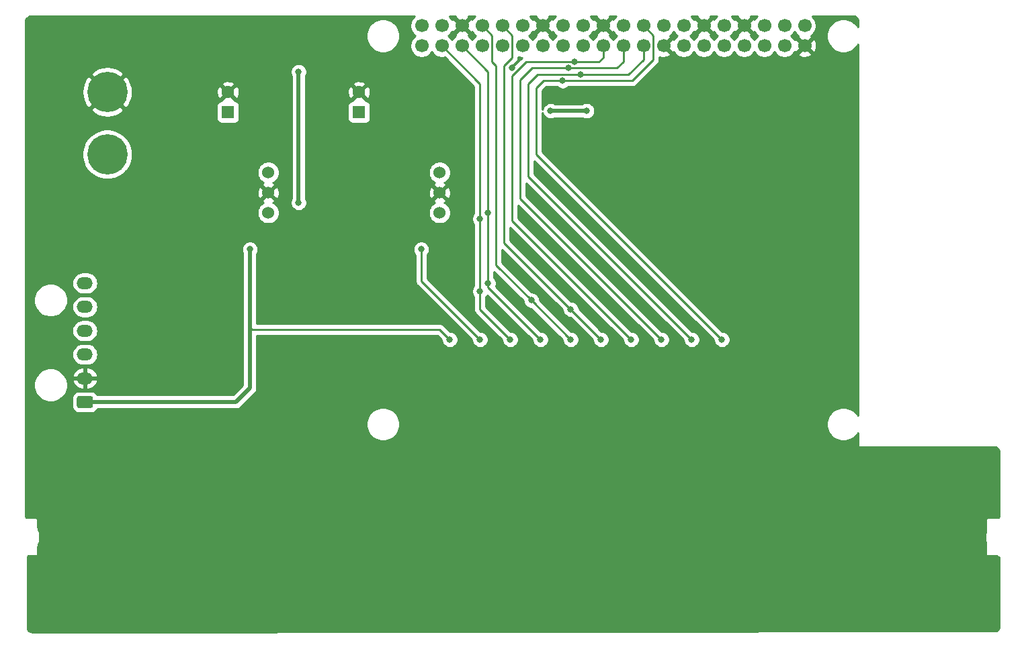
<source format=gbr>
%TF.GenerationSoftware,KiCad,Pcbnew,(5.1.10)-1*%
%TF.CreationDate,2021-11-18T18:33:26-06:00*%
%TF.ProjectId,NavBoard_Hardware,4e617642-6f61-4726-945f-486172647761,rev?*%
%TF.SameCoordinates,Original*%
%TF.FileFunction,Copper,L2,Bot*%
%TF.FilePolarity,Positive*%
%FSLAX46Y46*%
G04 Gerber Fmt 4.6, Leading zero omitted, Abs format (unit mm)*
G04 Created by KiCad (PCBNEW (5.1.10)-1) date 2021-11-18 18:33:26*
%MOMM*%
%LPD*%
G01*
G04 APERTURE LIST*
%TA.AperFunction,ComponentPad*%
%ADD10C,1.700000*%
%TD*%
%TA.AperFunction,ComponentPad*%
%ADD11C,1.600000*%
%TD*%
%TA.AperFunction,ComponentPad*%
%ADD12R,1.600000X1.600000*%
%TD*%
%TA.AperFunction,ComponentPad*%
%ADD13C,5.080000*%
%TD*%
%TA.AperFunction,ComponentPad*%
%ADD14O,2.020000X1.500000*%
%TD*%
%TA.AperFunction,ComponentPad*%
%ADD15C,1.524000*%
%TD*%
%TA.AperFunction,ViaPad*%
%ADD16C,1.016000*%
%TD*%
%TA.AperFunction,ViaPad*%
%ADD17C,0.800000*%
%TD*%
%TA.AperFunction,Conductor*%
%ADD18C,0.508000*%
%TD*%
%TA.AperFunction,Conductor*%
%ADD19C,0.254000*%
%TD*%
%TA.AperFunction,Conductor*%
%ADD20C,0.100000*%
%TD*%
G04 APERTURE END LIST*
D10*
%TO.P,U6,1*%
%TO.N,Net-(U6-Pad1)*%
X90449001Y-42443001D03*
%TO.P,U6,2*%
%TO.N,+5V*%
X90449001Y-39903001D03*
%TO.P,U6,3*%
%TO.N,I2C-SDA*%
X92989001Y-42443001D03*
%TO.P,U6,4*%
%TO.N,+5V*%
X92989001Y-39903001D03*
%TO.P,U6,5*%
%TO.N,I2C-SCL*%
X95529001Y-42443001D03*
%TO.P,U6,6*%
%TO.N,GND*%
X95529001Y-39903001D03*
%TO.P,U6,7*%
%TO.N,Net-(U6-Pad7)*%
X98069001Y-42443001D03*
%TO.P,U6,8*%
%TO.N,M8Q-RX*%
X98069001Y-39903001D03*
%TO.P,U6,9*%
%TO.N,GND*%
X100609001Y-42443001D03*
%TO.P,U6,10*%
%TO.N,M8Q-TX*%
X100609001Y-39903001D03*
%TO.P,U6,11*%
%TO.N,Net-(U6-Pad11)*%
X103149001Y-42443001D03*
%TO.P,U6,12*%
%TO.N,Net-(U6-Pad12)*%
X103149001Y-39903001D03*
%TO.P,U6,13*%
%TO.N,Net-(U6-Pad13)*%
X105689001Y-42443001D03*
%TO.P,U6,14*%
%TO.N,GND*%
X105689001Y-39903001D03*
%TO.P,U6,15*%
%TO.N,Net-(U6-Pad15)*%
X108229001Y-42443001D03*
%TO.P,U6,16*%
%TO.N,Net-(U6-Pad16)*%
X108229001Y-39903001D03*
%TO.P,U6,17*%
%TO.N,Net-(U6-Pad17)*%
X110769001Y-42443001D03*
%TO.P,U6,18*%
%TO.N,N/C*%
X110769001Y-39903001D03*
%TO.P,U6,19*%
%TO.N,ICM-SDI*%
X113309001Y-42443001D03*
%TO.P,U6,20*%
%TO.N,GND*%
X113309001Y-39903001D03*
%TO.P,U6,21*%
%TO.N,ICM-SDO*%
X115849001Y-42443001D03*
%TO.P,U6,22*%
%TO.N,Net-(U6-Pad22)*%
X115849001Y-39903001D03*
%TO.P,U6,23*%
%TO.N,ICM-SCLK*%
X118389001Y-42443001D03*
%TO.P,U6,24*%
%TO.N,ICM-CS*%
X118389001Y-39903001D03*
%TO.P,U6,25*%
%TO.N,GND*%
X120929001Y-42443001D03*
%TO.P,U6,26*%
%TO.N,Net-(U6-Pad26)*%
X120929001Y-39903001D03*
%TO.P,U6,27*%
%TO.N,Net-(U6-Pad27)*%
X123469001Y-42443001D03*
%TO.P,U6,28*%
%TO.N,Net-(U6-Pad28)*%
X123469001Y-39903001D03*
%TO.P,U6,29*%
%TO.N,Net-(U6-Pad29)*%
X126009001Y-42443001D03*
%TO.P,U6,30*%
%TO.N,GND*%
X126009001Y-39903001D03*
%TO.P,U6,31*%
%TO.N,Net-(U6-Pad31)*%
X128549001Y-42443001D03*
%TO.P,U6,32*%
%TO.N,Net-(U6-Pad32)*%
X128549001Y-39903001D03*
%TO.P,U6,33*%
%TO.N,Net-(U6-Pad33)*%
X131089001Y-42443001D03*
%TO.P,U6,34*%
%TO.N,GND*%
X131089001Y-39903001D03*
%TO.P,U6,35*%
%TO.N,Net-(U6-Pad35)*%
X133629001Y-42443001D03*
%TO.P,U6,36*%
%TO.N,Net-(U6-Pad36)*%
X133629001Y-39903001D03*
%TO.P,U6,37*%
%TO.N,Net-(U6-Pad37)*%
X136169001Y-42443001D03*
%TO.P,U6,38*%
%TO.N,Net-(U6-Pad38)*%
X136169001Y-39903001D03*
%TO.P,U6,39*%
%TO.N,GND*%
X138709001Y-42443001D03*
%TO.P,U6,40*%
%TO.N,Net-(U6-Pad40)*%
X138709001Y-39903001D03*
%TD*%
D11*
%TO.P,C1,2*%
%TO.N,GND*%
X66040000Y-48300000D03*
D12*
%TO.P,C1,1*%
%TO.N,+12V*%
X66040000Y-50800000D03*
%TD*%
%TO.P,C4,1*%
%TO.N,+12V*%
X82550000Y-50800000D03*
D11*
%TO.P,C4,2*%
%TO.N,GND*%
X82550000Y-48300000D03*
%TD*%
D13*
%TO.P,Conn1,2*%
%TO.N,+12V*%
X50825400Y-56134000D03*
%TO.P,Conn1,1*%
%TO.N,GND*%
X50825400Y-48260000D03*
%TD*%
%TO.P,J1,1*%
%TO.N,+5V*%
%TA.AperFunction,ComponentPad*%
G36*
G01*
X48766000Y-88126000D02*
X47246000Y-88126000D01*
G75*
G02*
X46996000Y-87876000I0J250000D01*
G01*
X46996000Y-86876000D01*
G75*
G02*
X47246000Y-86626000I250000J0D01*
G01*
X48766000Y-86626000D01*
G75*
G02*
X49016000Y-86876000I0J-250000D01*
G01*
X49016000Y-87876000D01*
G75*
G02*
X48766000Y-88126000I-250000J0D01*
G01*
G37*
%TD.AperFunction*%
D14*
%TO.P,J1,2*%
%TO.N,GND*%
X48006000Y-84376000D03*
%TO.P,J1,3*%
%TO.N,M8Q-TX*%
X48006000Y-81376000D03*
%TO.P,J1,4*%
%TO.N,M8Q-RX*%
X48006000Y-78376000D03*
%TO.P,J1,5*%
%TO.N,I2C-SDA*%
X48006000Y-75376000D03*
%TO.P,J1,6*%
%TO.N,I2C-SCL*%
X48006000Y-72376000D03*
%TD*%
D15*
%TO.P,U1,3*%
%TO.N,+5V*%
X71120000Y-63500000D03*
%TO.P,U1,2*%
%TO.N,GND*%
X71120000Y-60960000D03*
%TO.P,U1,1*%
%TO.N,+12V*%
X71120000Y-58420000D03*
%TD*%
%TO.P,U4,1*%
%TO.N,+12V*%
X92710000Y-58420000D03*
%TO.P,U4,2*%
%TO.N,GND*%
X92710000Y-60960000D03*
%TO.P,U4,3*%
%TO.N,+3V3*%
X92710000Y-63500000D03*
%TD*%
D16*
%TO.N,GND*%
X138684000Y-45720000D03*
D17*
X119481600Y-57962800D03*
X117551200Y-62026800D03*
X113284000Y-53644800D03*
X111252000Y-57200800D03*
X107746800Y-55168800D03*
D16*
X120904000Y-45720000D03*
D17*
X129794000Y-44958000D03*
X94234000Y-45720000D03*
X101854000Y-45212000D03*
%TO.N,+5V*%
X93980000Y-79502000D03*
X74930000Y-45720000D03*
X74930000Y-62230000D03*
X68807500Y-68098500D03*
%TO.N,+3V3*%
X97790000Y-79502000D03*
X111226600Y-50647600D03*
X90397500Y-68098500D03*
X106680000Y-50647600D03*
%TO.N,M8Q-TX*%
X113030000Y-79502000D03*
X109220000Y-75692000D03*
%TO.N,M8Q-RX*%
X109220000Y-79502000D03*
X104267000Y-74549000D03*
%TO.N,I2C-SDA*%
X101600000Y-79502000D03*
X97790000Y-64262000D03*
X97790000Y-73406000D03*
%TO.N,I2C-SCL*%
X105410000Y-79502000D03*
X98806000Y-63500000D03*
X98806000Y-72390000D03*
%TO.N,ICM-SDI*%
X116840000Y-79502000D03*
X109728000Y-44450000D03*
%TO.N,ICM-SDO*%
X120650000Y-79502000D03*
X108966000Y-45212000D03*
%TO.N,ICM-SCLK*%
X124460000Y-79502000D03*
X110490000Y-46101000D03*
%TO.N,ICM-CS*%
X128270000Y-79502000D03*
X108204000Y-46863000D03*
%TD*%
D18*
%TO.N,+5V*%
X74930000Y-45720000D02*
X74930000Y-62230000D01*
X67056000Y-87376000D02*
X57912000Y-87376000D01*
X68807500Y-85624500D02*
X67056000Y-87376000D01*
D19*
X93980000Y-79502000D02*
X92710000Y-78232000D01*
X69035000Y-78232000D02*
X68807500Y-78004500D01*
X92710000Y-78232000D02*
X69035000Y-78232000D01*
D18*
X68807500Y-78004500D02*
X68807500Y-85624500D01*
X68807500Y-68098500D02*
X68807500Y-78004500D01*
X57912000Y-87376000D02*
X48006000Y-87376000D01*
D19*
%TO.N,+3V3*%
X90397500Y-72109500D02*
X97790000Y-79502000D01*
X90397500Y-68098500D02*
X90397500Y-72109500D01*
D18*
X111226600Y-50647600D02*
X106680000Y-50647600D01*
D19*
%TO.N,M8Q-TX*%
X100838000Y-44958000D02*
X100838000Y-67310000D01*
X100838000Y-67310000D02*
X113030000Y-79502000D01*
X100609001Y-39903001D02*
X101854000Y-41148000D01*
X101854000Y-43942000D02*
X100838000Y-44958000D01*
X101854000Y-41148000D02*
X101854000Y-43942000D01*
%TO.N,M8Q-RX*%
X98069001Y-39903001D02*
X99314000Y-41148000D01*
X99314000Y-41148000D02*
X99314000Y-44450000D01*
X99822000Y-44958000D02*
X99822000Y-70104000D01*
X99314000Y-44450000D02*
X99822000Y-44958000D01*
X104267000Y-74549000D02*
X109220000Y-79502000D01*
X99822000Y-70104000D02*
X104267000Y-74549000D01*
%TO.N,I2C-SDA*%
X97790000Y-75692000D02*
X101600000Y-79502000D01*
X92989001Y-42443001D02*
X97790000Y-47244000D01*
X97790000Y-47244000D02*
X97790000Y-64262000D01*
X97790000Y-74930000D02*
X97790000Y-75692000D01*
X97790000Y-73406000D02*
X97790000Y-74930000D01*
X97790000Y-64262000D02*
X97790000Y-73406000D01*
%TO.N,I2C-SCL*%
X95529001Y-42443001D02*
X98806000Y-45720000D01*
X100076000Y-74168000D02*
X105410000Y-79502000D01*
X98806000Y-72898000D02*
X100076000Y-74168000D01*
X98806000Y-45720000D02*
X98806000Y-63500000D01*
X98806000Y-72390000D02*
X98806000Y-72898000D01*
X98806000Y-63500000D02*
X98806000Y-72390000D01*
%TO.N,ICM-SDI*%
X101854000Y-64516000D02*
X116840000Y-79502000D01*
X101854000Y-57150000D02*
X101854000Y-64516000D01*
X101854000Y-46228000D02*
X101854000Y-57150000D01*
X113309001Y-42443001D02*
X113309001Y-43916999D01*
X113309001Y-43916999D02*
X112776000Y-44450000D01*
X103632000Y-44450000D02*
X101854000Y-46228000D01*
X109728000Y-44450000D02*
X103632000Y-44450000D01*
X112776000Y-44450000D02*
X109728000Y-44450000D01*
%TO.N,ICM-SDO*%
X102870000Y-61722000D02*
X120650000Y-79502000D01*
X104394000Y-45212000D02*
X102870000Y-46736000D01*
X115849001Y-44424999D02*
X115062000Y-45212000D01*
X102870000Y-46736000D02*
X102870000Y-61722000D01*
X115849001Y-42443001D02*
X115849001Y-44424999D01*
X108966000Y-45212000D02*
X104394000Y-45212000D01*
X115062000Y-45212000D02*
X108966000Y-45212000D01*
%TO.N,ICM-SCLK*%
X103886000Y-58928000D02*
X124460000Y-79502000D01*
X103886000Y-47244000D02*
X103886000Y-58928000D01*
X105029000Y-46101000D02*
X103886000Y-47244000D01*
X118389001Y-44170999D02*
X116459000Y-46101000D01*
X118389001Y-42443001D02*
X118389001Y-44170999D01*
X110490000Y-46101000D02*
X105029000Y-46101000D01*
X116459000Y-46101000D02*
X110490000Y-46101000D01*
%TO.N,ICM-CS*%
X104902000Y-56134000D02*
X107442000Y-58674000D01*
X119634000Y-44196000D02*
X116967000Y-46863000D01*
X119634000Y-41148000D02*
X119634000Y-44196000D01*
X107442000Y-58674000D02*
X128270000Y-79502000D01*
X104902000Y-47752000D02*
X104902000Y-56134000D01*
X105791000Y-46863000D02*
X104902000Y-47752000D01*
X118389001Y-39903001D02*
X119634000Y-41148000D01*
X108204000Y-46863000D02*
X105791000Y-46863000D01*
X116967000Y-46863000D02*
X108204000Y-46863000D01*
%TD*%
%TO.N,GND*%
X89502369Y-38749526D02*
X89295526Y-38956369D01*
X89133011Y-39199590D01*
X89021069Y-39469843D01*
X88964001Y-39756741D01*
X88964001Y-40049261D01*
X89021069Y-40336159D01*
X89133011Y-40606412D01*
X89295526Y-40849633D01*
X89502369Y-41056476D01*
X89676761Y-41173001D01*
X89502369Y-41289526D01*
X89295526Y-41496369D01*
X89133011Y-41739590D01*
X89021069Y-42009843D01*
X88964001Y-42296741D01*
X88964001Y-42589261D01*
X89021069Y-42876159D01*
X89133011Y-43146412D01*
X89295526Y-43389633D01*
X89502369Y-43596476D01*
X89745590Y-43758991D01*
X90015843Y-43870933D01*
X90302741Y-43928001D01*
X90595261Y-43928001D01*
X90882159Y-43870933D01*
X91152412Y-43758991D01*
X91395633Y-43596476D01*
X91602476Y-43389633D01*
X91719001Y-43215241D01*
X91835526Y-43389633D01*
X92042369Y-43596476D01*
X92285590Y-43758991D01*
X92555843Y-43870933D01*
X92842741Y-43928001D01*
X93135261Y-43928001D01*
X93353050Y-43884680D01*
X97028000Y-47559631D01*
X97028001Y-63560288D01*
X96986063Y-63602226D01*
X96872795Y-63771744D01*
X96794774Y-63960102D01*
X96755000Y-64160061D01*
X96755000Y-64363939D01*
X96794774Y-64563898D01*
X96872795Y-64752256D01*
X96986063Y-64921774D01*
X97028000Y-64963711D01*
X97028001Y-72704288D01*
X96986063Y-72746226D01*
X96872795Y-72915744D01*
X96794774Y-73104102D01*
X96755000Y-73304061D01*
X96755000Y-73507939D01*
X96794774Y-73707898D01*
X96872795Y-73896256D01*
X96986063Y-74065774D01*
X97028000Y-74107711D01*
X97028001Y-74892565D01*
X97028000Y-74892575D01*
X97028000Y-75654577D01*
X97024314Y-75692000D01*
X97028000Y-75729423D01*
X97028000Y-75729426D01*
X97039026Y-75841378D01*
X97082599Y-75985015D01*
X97153355Y-76117392D01*
X97179450Y-76149188D01*
X97248579Y-76233422D01*
X97277649Y-76257279D01*
X100565000Y-79544630D01*
X100565000Y-79603939D01*
X100604774Y-79803898D01*
X100682795Y-79992256D01*
X100796063Y-80161774D01*
X100940226Y-80305937D01*
X101109744Y-80419205D01*
X101298102Y-80497226D01*
X101498061Y-80537000D01*
X101701939Y-80537000D01*
X101901898Y-80497226D01*
X102090256Y-80419205D01*
X102259774Y-80305937D01*
X102403937Y-80161774D01*
X102517205Y-79992256D01*
X102595226Y-79803898D01*
X102635000Y-79603939D01*
X102635000Y-79400061D01*
X102595226Y-79200102D01*
X102517205Y-79011744D01*
X102403937Y-78842226D01*
X102259774Y-78698063D01*
X102090256Y-78584795D01*
X101901898Y-78506774D01*
X101701939Y-78467000D01*
X101642630Y-78467000D01*
X98552000Y-75376370D01*
X98552000Y-74107711D01*
X98593937Y-74065774D01*
X98707205Y-73896256D01*
X98712893Y-73882524D01*
X99563648Y-74733279D01*
X99563654Y-74733284D01*
X104375000Y-79544631D01*
X104375000Y-79603939D01*
X104414774Y-79803898D01*
X104492795Y-79992256D01*
X104606063Y-80161774D01*
X104750226Y-80305937D01*
X104919744Y-80419205D01*
X105108102Y-80497226D01*
X105308061Y-80537000D01*
X105511939Y-80537000D01*
X105711898Y-80497226D01*
X105900256Y-80419205D01*
X106069774Y-80305937D01*
X106213937Y-80161774D01*
X106327205Y-79992256D01*
X106405226Y-79803898D01*
X106445000Y-79603939D01*
X106445000Y-79400061D01*
X106405226Y-79200102D01*
X106327205Y-79011744D01*
X106213937Y-78842226D01*
X106069774Y-78698063D01*
X105900256Y-78584795D01*
X105711898Y-78506774D01*
X105511939Y-78467000D01*
X105452631Y-78467000D01*
X100641284Y-73655654D01*
X100641279Y-73655648D01*
X99764996Y-72779365D01*
X99801226Y-72691898D01*
X99841000Y-72491939D01*
X99841000Y-72288061D01*
X99801226Y-72088102D01*
X99723205Y-71899744D01*
X99609937Y-71730226D01*
X99568000Y-71688289D01*
X99568000Y-70927630D01*
X103232000Y-74591631D01*
X103232000Y-74650939D01*
X103271774Y-74850898D01*
X103349795Y-75039256D01*
X103463063Y-75208774D01*
X103607226Y-75352937D01*
X103776744Y-75466205D01*
X103965102Y-75544226D01*
X104165061Y-75584000D01*
X104224370Y-75584000D01*
X108185000Y-79544631D01*
X108185000Y-79603939D01*
X108224774Y-79803898D01*
X108302795Y-79992256D01*
X108416063Y-80161774D01*
X108560226Y-80305937D01*
X108729744Y-80419205D01*
X108918102Y-80497226D01*
X109118061Y-80537000D01*
X109321939Y-80537000D01*
X109521898Y-80497226D01*
X109710256Y-80419205D01*
X109879774Y-80305937D01*
X110023937Y-80161774D01*
X110137205Y-79992256D01*
X110215226Y-79803898D01*
X110255000Y-79603939D01*
X110255000Y-79400061D01*
X110215226Y-79200102D01*
X110137205Y-79011744D01*
X110023937Y-78842226D01*
X109879774Y-78698063D01*
X109710256Y-78584795D01*
X109521898Y-78506774D01*
X109321939Y-78467000D01*
X109262631Y-78467000D01*
X105302000Y-74506370D01*
X105302000Y-74447061D01*
X105262226Y-74247102D01*
X105184205Y-74058744D01*
X105070937Y-73889226D01*
X104926774Y-73745063D01*
X104757256Y-73631795D01*
X104568898Y-73553774D01*
X104368939Y-73514000D01*
X104309631Y-73514000D01*
X100584000Y-69788370D01*
X100584000Y-68133630D01*
X108185000Y-75734631D01*
X108185000Y-75793939D01*
X108224774Y-75993898D01*
X108302795Y-76182256D01*
X108416063Y-76351774D01*
X108560226Y-76495937D01*
X108729744Y-76609205D01*
X108918102Y-76687226D01*
X109118061Y-76727000D01*
X109177369Y-76727000D01*
X111995000Y-79544631D01*
X111995000Y-79603939D01*
X112034774Y-79803898D01*
X112112795Y-79992256D01*
X112226063Y-80161774D01*
X112370226Y-80305937D01*
X112539744Y-80419205D01*
X112728102Y-80497226D01*
X112928061Y-80537000D01*
X113131939Y-80537000D01*
X113331898Y-80497226D01*
X113520256Y-80419205D01*
X113689774Y-80305937D01*
X113833937Y-80161774D01*
X113947205Y-79992256D01*
X114025226Y-79803898D01*
X114065000Y-79603939D01*
X114065000Y-79400061D01*
X114025226Y-79200102D01*
X113947205Y-79011744D01*
X113833937Y-78842226D01*
X113689774Y-78698063D01*
X113520256Y-78584795D01*
X113331898Y-78506774D01*
X113131939Y-78467000D01*
X113072631Y-78467000D01*
X110255000Y-75649369D01*
X110255000Y-75590061D01*
X110215226Y-75390102D01*
X110137205Y-75201744D01*
X110023937Y-75032226D01*
X109879774Y-74888063D01*
X109710256Y-74774795D01*
X109521898Y-74696774D01*
X109321939Y-74657000D01*
X109262631Y-74657000D01*
X101600000Y-66994370D01*
X101600000Y-65339630D01*
X115805000Y-79544631D01*
X115805000Y-79603939D01*
X115844774Y-79803898D01*
X115922795Y-79992256D01*
X116036063Y-80161774D01*
X116180226Y-80305937D01*
X116349744Y-80419205D01*
X116538102Y-80497226D01*
X116738061Y-80537000D01*
X116941939Y-80537000D01*
X117141898Y-80497226D01*
X117330256Y-80419205D01*
X117499774Y-80305937D01*
X117643937Y-80161774D01*
X117757205Y-79992256D01*
X117835226Y-79803898D01*
X117875000Y-79603939D01*
X117875000Y-79400061D01*
X117835226Y-79200102D01*
X117757205Y-79011744D01*
X117643937Y-78842226D01*
X117499774Y-78698063D01*
X117330256Y-78584795D01*
X117141898Y-78506774D01*
X116941939Y-78467000D01*
X116882631Y-78467000D01*
X102616000Y-64200370D01*
X102616000Y-62545630D01*
X119615000Y-79544631D01*
X119615000Y-79603939D01*
X119654774Y-79803898D01*
X119732795Y-79992256D01*
X119846063Y-80161774D01*
X119990226Y-80305937D01*
X120159744Y-80419205D01*
X120348102Y-80497226D01*
X120548061Y-80537000D01*
X120751939Y-80537000D01*
X120951898Y-80497226D01*
X121140256Y-80419205D01*
X121309774Y-80305937D01*
X121453937Y-80161774D01*
X121567205Y-79992256D01*
X121645226Y-79803898D01*
X121685000Y-79603939D01*
X121685000Y-79400061D01*
X121645226Y-79200102D01*
X121567205Y-79011744D01*
X121453937Y-78842226D01*
X121309774Y-78698063D01*
X121140256Y-78584795D01*
X120951898Y-78506774D01*
X120751939Y-78467000D01*
X120692631Y-78467000D01*
X103632000Y-61406370D01*
X103632000Y-59751630D01*
X123425000Y-79544631D01*
X123425000Y-79603939D01*
X123464774Y-79803898D01*
X123542795Y-79992256D01*
X123656063Y-80161774D01*
X123800226Y-80305937D01*
X123969744Y-80419205D01*
X124158102Y-80497226D01*
X124358061Y-80537000D01*
X124561939Y-80537000D01*
X124761898Y-80497226D01*
X124950256Y-80419205D01*
X125119774Y-80305937D01*
X125263937Y-80161774D01*
X125377205Y-79992256D01*
X125455226Y-79803898D01*
X125495000Y-79603939D01*
X125495000Y-79400061D01*
X125455226Y-79200102D01*
X125377205Y-79011744D01*
X125263937Y-78842226D01*
X125119774Y-78698063D01*
X124950256Y-78584795D01*
X124761898Y-78506774D01*
X124561939Y-78467000D01*
X124502631Y-78467000D01*
X104648000Y-58612370D01*
X104648000Y-56957630D01*
X106929648Y-59239279D01*
X106929654Y-59239284D01*
X127235000Y-79544631D01*
X127235000Y-79603939D01*
X127274774Y-79803898D01*
X127352795Y-79992256D01*
X127466063Y-80161774D01*
X127610226Y-80305937D01*
X127779744Y-80419205D01*
X127968102Y-80497226D01*
X128168061Y-80537000D01*
X128371939Y-80537000D01*
X128571898Y-80497226D01*
X128760256Y-80419205D01*
X128929774Y-80305937D01*
X129073937Y-80161774D01*
X129187205Y-79992256D01*
X129265226Y-79803898D01*
X129305000Y-79603939D01*
X129305000Y-79400061D01*
X129265226Y-79200102D01*
X129187205Y-79011744D01*
X129073937Y-78842226D01*
X128929774Y-78698063D01*
X128760256Y-78584795D01*
X128571898Y-78506774D01*
X128371939Y-78467000D01*
X128312631Y-78467000D01*
X108007284Y-58161654D01*
X108007279Y-58161648D01*
X105664000Y-55818370D01*
X105664000Y-50845059D01*
X105684774Y-50949498D01*
X105762795Y-51137856D01*
X105876063Y-51307374D01*
X106020226Y-51451537D01*
X106189744Y-51564805D01*
X106378102Y-51642826D01*
X106578061Y-51682600D01*
X106781939Y-51682600D01*
X106981898Y-51642826D01*
X107170256Y-51564805D01*
X107212468Y-51536600D01*
X110694132Y-51536600D01*
X110736344Y-51564805D01*
X110924702Y-51642826D01*
X111124661Y-51682600D01*
X111328539Y-51682600D01*
X111528498Y-51642826D01*
X111716856Y-51564805D01*
X111886374Y-51451537D01*
X112030537Y-51307374D01*
X112143805Y-51137856D01*
X112221826Y-50949498D01*
X112261600Y-50749539D01*
X112261600Y-50545661D01*
X112221826Y-50345702D01*
X112143805Y-50157344D01*
X112030537Y-49987826D01*
X111886374Y-49843663D01*
X111716856Y-49730395D01*
X111528498Y-49652374D01*
X111328539Y-49612600D01*
X111124661Y-49612600D01*
X110924702Y-49652374D01*
X110736344Y-49730395D01*
X110694132Y-49758600D01*
X107212468Y-49758600D01*
X107170256Y-49730395D01*
X106981898Y-49652374D01*
X106781939Y-49612600D01*
X106578061Y-49612600D01*
X106378102Y-49652374D01*
X106189744Y-49730395D01*
X106020226Y-49843663D01*
X105876063Y-49987826D01*
X105762795Y-50157344D01*
X105684774Y-50345702D01*
X105664000Y-50450141D01*
X105664000Y-48067630D01*
X106106631Y-47625000D01*
X107502289Y-47625000D01*
X107544226Y-47666937D01*
X107713744Y-47780205D01*
X107902102Y-47858226D01*
X108102061Y-47898000D01*
X108305939Y-47898000D01*
X108505898Y-47858226D01*
X108694256Y-47780205D01*
X108863774Y-47666937D01*
X108905711Y-47625000D01*
X116929577Y-47625000D01*
X116967000Y-47628686D01*
X117004423Y-47625000D01*
X117004426Y-47625000D01*
X117116378Y-47613974D01*
X117260015Y-47570402D01*
X117392392Y-47499645D01*
X117508422Y-47404422D01*
X117532284Y-47375346D01*
X120146346Y-44761284D01*
X120175422Y-44737422D01*
X120268176Y-44624401D01*
X120270645Y-44621393D01*
X120308465Y-44550636D01*
X120341402Y-44489015D01*
X120384974Y-44345378D01*
X120396000Y-44233426D01*
X120396000Y-44233423D01*
X120399686Y-44196000D01*
X120396000Y-44158577D01*
X120396000Y-43834030D01*
X120421884Y-43846372D01*
X120705412Y-43918340D01*
X120997532Y-43933612D01*
X121287020Y-43891600D01*
X121562748Y-43793920D01*
X121700158Y-43720473D01*
X121777793Y-43471398D01*
X120929001Y-42622606D01*
X120914859Y-42636749D01*
X120735254Y-42457144D01*
X120749396Y-42443001D01*
X120735254Y-42428859D01*
X120914859Y-42249254D01*
X120929001Y-42263396D01*
X121777793Y-41414604D01*
X121702272Y-41172312D01*
X121875633Y-41056476D01*
X122082476Y-40849633D01*
X122199001Y-40675241D01*
X122315526Y-40849633D01*
X122522369Y-41056476D01*
X122696761Y-41173001D01*
X122522369Y-41289526D01*
X122315526Y-41496369D01*
X122199690Y-41669730D01*
X121957398Y-41594209D01*
X121108606Y-42443001D01*
X121957398Y-43291793D01*
X122199690Y-43216272D01*
X122315526Y-43389633D01*
X122522369Y-43596476D01*
X122765590Y-43758991D01*
X123035843Y-43870933D01*
X123322741Y-43928001D01*
X123615261Y-43928001D01*
X123902159Y-43870933D01*
X124172412Y-43758991D01*
X124415633Y-43596476D01*
X124622476Y-43389633D01*
X124739001Y-43215241D01*
X124855526Y-43389633D01*
X125062369Y-43596476D01*
X125305590Y-43758991D01*
X125575843Y-43870933D01*
X125862741Y-43928001D01*
X126155261Y-43928001D01*
X126442159Y-43870933D01*
X126712412Y-43758991D01*
X126955633Y-43596476D01*
X127162476Y-43389633D01*
X127279001Y-43215241D01*
X127395526Y-43389633D01*
X127602369Y-43596476D01*
X127845590Y-43758991D01*
X128115843Y-43870933D01*
X128402741Y-43928001D01*
X128695261Y-43928001D01*
X128982159Y-43870933D01*
X129252412Y-43758991D01*
X129495633Y-43596476D01*
X129702476Y-43389633D01*
X129819001Y-43215241D01*
X129935526Y-43389633D01*
X130142369Y-43596476D01*
X130385590Y-43758991D01*
X130655843Y-43870933D01*
X130942741Y-43928001D01*
X131235261Y-43928001D01*
X131522159Y-43870933D01*
X131792412Y-43758991D01*
X132035633Y-43596476D01*
X132242476Y-43389633D01*
X132359001Y-43215241D01*
X132475526Y-43389633D01*
X132682369Y-43596476D01*
X132925590Y-43758991D01*
X133195843Y-43870933D01*
X133482741Y-43928001D01*
X133775261Y-43928001D01*
X134062159Y-43870933D01*
X134332412Y-43758991D01*
X134575633Y-43596476D01*
X134782476Y-43389633D01*
X134899001Y-43215241D01*
X135015526Y-43389633D01*
X135222369Y-43596476D01*
X135465590Y-43758991D01*
X135735843Y-43870933D01*
X136022741Y-43928001D01*
X136315261Y-43928001D01*
X136602159Y-43870933D01*
X136872412Y-43758991D01*
X137115633Y-43596476D01*
X137240711Y-43471398D01*
X137860209Y-43471398D01*
X137937844Y-43720473D01*
X138201884Y-43846372D01*
X138485412Y-43918340D01*
X138777532Y-43933612D01*
X139067020Y-43891600D01*
X139342748Y-43793920D01*
X139480158Y-43720473D01*
X139557793Y-43471398D01*
X138709001Y-42622606D01*
X137860209Y-43471398D01*
X137240711Y-43471398D01*
X137322476Y-43389633D01*
X137438312Y-43216272D01*
X137680604Y-43291793D01*
X138529396Y-42443001D01*
X138888606Y-42443001D01*
X139737398Y-43291793D01*
X139986473Y-43214158D01*
X140112372Y-42950118D01*
X140184340Y-42666590D01*
X140199612Y-42374470D01*
X140157600Y-42084982D01*
X140059920Y-41809254D01*
X139986473Y-41671844D01*
X139737398Y-41594209D01*
X138888606Y-42443001D01*
X138529396Y-42443001D01*
X137680604Y-41594209D01*
X137438312Y-41669730D01*
X137322476Y-41496369D01*
X137115633Y-41289526D01*
X136941241Y-41173001D01*
X137115633Y-41056476D01*
X137322476Y-40849633D01*
X137439001Y-40675241D01*
X137555526Y-40849633D01*
X137762369Y-41056476D01*
X137935730Y-41172312D01*
X137860209Y-41414604D01*
X138709001Y-42263396D01*
X139557793Y-41414604D01*
X139482272Y-41172312D01*
X139655633Y-41056476D01*
X139862476Y-40849633D01*
X140024991Y-40606412D01*
X140136933Y-40336159D01*
X140194001Y-40049261D01*
X140194001Y-39756741D01*
X140136933Y-39469843D01*
X140024991Y-39199590D01*
X139862476Y-38956369D01*
X139655633Y-38749526D01*
X139633893Y-38735000D01*
X145001738Y-38735000D01*
X145054904Y-38763269D01*
X145261930Y-38932116D01*
X145415000Y-39117147D01*
X145415000Y-40077869D01*
X145237364Y-39812018D01*
X144939984Y-39514638D01*
X144590303Y-39280989D01*
X144201757Y-39120048D01*
X143789280Y-39038001D01*
X143368722Y-39038001D01*
X142956245Y-39120048D01*
X142567699Y-39280989D01*
X142218018Y-39514638D01*
X141920638Y-39812018D01*
X141686989Y-40161699D01*
X141526048Y-40550245D01*
X141444001Y-40962722D01*
X141444001Y-41383280D01*
X141526048Y-41795757D01*
X141686989Y-42184303D01*
X141920638Y-42533984D01*
X142218018Y-42831364D01*
X142567699Y-43065013D01*
X142956245Y-43225954D01*
X143368722Y-43308001D01*
X143789280Y-43308001D01*
X144201757Y-43225954D01*
X144590303Y-43065013D01*
X144939984Y-42831364D01*
X145237364Y-42533984D01*
X145415000Y-42268133D01*
X145415000Y-89077869D01*
X145237364Y-88812018D01*
X144939984Y-88514638D01*
X144590303Y-88280989D01*
X144201757Y-88120048D01*
X143789280Y-88038001D01*
X143368722Y-88038001D01*
X142956245Y-88120048D01*
X142567699Y-88280989D01*
X142218018Y-88514638D01*
X141920638Y-88812018D01*
X141686989Y-89161699D01*
X141526048Y-89550245D01*
X141444001Y-89962722D01*
X141444001Y-90383280D01*
X141526048Y-90795757D01*
X141686989Y-91184303D01*
X141920638Y-91533984D01*
X142218018Y-91831364D01*
X142567699Y-92065013D01*
X142956245Y-92225954D01*
X143368722Y-92308001D01*
X143789280Y-92308001D01*
X144201757Y-92225954D01*
X144590303Y-92065013D01*
X144939984Y-91831364D01*
X145237364Y-91533984D01*
X145415000Y-91268133D01*
X145415000Y-92964000D01*
X145417440Y-92988776D01*
X145424667Y-93012601D01*
X145436403Y-93034557D01*
X145452197Y-93053803D01*
X145471443Y-93069597D01*
X145493399Y-93081333D01*
X145517224Y-93088560D01*
X145542000Y-93091000D01*
X162781738Y-93091000D01*
X162834904Y-93119269D01*
X163041930Y-93288116D01*
X163195000Y-93473147D01*
X163195000Y-101895440D01*
X163109346Y-101922611D01*
X163054374Y-101946172D01*
X162999059Y-101968971D01*
X162990953Y-101973354D01*
X162977045Y-101981000D01*
X161671000Y-101981000D01*
X161646224Y-101983440D01*
X161622399Y-101990667D01*
X161600443Y-102002403D01*
X161581197Y-102018197D01*
X161565403Y-102037443D01*
X161553667Y-102059399D01*
X161546440Y-102083224D01*
X161544000Y-102108000D01*
X161544000Y-103635675D01*
X161480245Y-103852296D01*
X161469045Y-103911012D01*
X161457007Y-103969654D01*
X161456108Y-103978825D01*
X161420166Y-104373770D01*
X161420584Y-104433586D01*
X161420166Y-104493403D01*
X161421065Y-104502574D01*
X161462518Y-104896977D01*
X161474548Y-104955583D01*
X161485755Y-105014335D01*
X161488419Y-105023157D01*
X161544000Y-105202710D01*
X161544000Y-106680000D01*
X161546440Y-106704776D01*
X161553667Y-106728601D01*
X161565403Y-106750557D01*
X161581197Y-106769803D01*
X161600443Y-106785597D01*
X161622399Y-106797333D01*
X161646224Y-106804560D01*
X161671000Y-106807000D01*
X162886372Y-106807000D01*
X163025213Y-106880823D01*
X163080505Y-106903612D01*
X163135501Y-106927184D01*
X163144305Y-106929909D01*
X163195000Y-106945215D01*
X163195000Y-115872530D01*
X163048689Y-116051925D01*
X162862504Y-116205950D01*
X41687480Y-116456831D01*
X41415524Y-116430166D01*
X41159776Y-116352951D01*
X40923896Y-116227531D01*
X40767000Y-116099570D01*
X40767000Y-106865904D01*
X40767847Y-106865446D01*
X40874160Y-106807000D01*
X41910000Y-106807000D01*
X41934776Y-106804560D01*
X41958601Y-106797333D01*
X41980557Y-106785597D01*
X41999803Y-106769803D01*
X42015597Y-106750557D01*
X42027333Y-106728601D01*
X42034560Y-106704776D01*
X42037000Y-106680000D01*
X42037000Y-105641951D01*
X42118332Y-105486378D01*
X42140737Y-105430923D01*
X42163922Y-105375768D01*
X42166585Y-105366946D01*
X42278555Y-104986504D01*
X42289755Y-104927788D01*
X42301793Y-104869146D01*
X42302692Y-104859975D01*
X42338634Y-104465030D01*
X42338216Y-104405214D01*
X42338634Y-104345397D01*
X42337734Y-104336226D01*
X42296282Y-103941822D01*
X42284255Y-103883229D01*
X42273045Y-103824465D01*
X42270381Y-103815643D01*
X42153110Y-103436801D01*
X42129926Y-103381650D01*
X42107520Y-103326192D01*
X42103194Y-103318055D01*
X42037000Y-103195632D01*
X42037000Y-102108000D01*
X42034560Y-102083224D01*
X42027333Y-102059399D01*
X42015597Y-102037443D01*
X41999803Y-102018197D01*
X41980557Y-102002403D01*
X41958601Y-101990667D01*
X41934776Y-101983440D01*
X41910000Y-101981000D01*
X40776887Y-101981000D01*
X40733587Y-101957977D01*
X40678267Y-101935176D01*
X40623299Y-101911616D01*
X40614499Y-101908892D01*
X40614493Y-101908890D01*
X40513000Y-101878248D01*
X40513000Y-89962722D01*
X83444001Y-89962722D01*
X83444001Y-90383280D01*
X83526048Y-90795757D01*
X83686989Y-91184303D01*
X83920638Y-91533984D01*
X84218018Y-91831364D01*
X84567699Y-92065013D01*
X84956245Y-92225954D01*
X85368722Y-92308001D01*
X85789280Y-92308001D01*
X86201757Y-92225954D01*
X86590303Y-92065013D01*
X86939984Y-91831364D01*
X87237364Y-91533984D01*
X87471013Y-91184303D01*
X87631954Y-90795757D01*
X87714001Y-90383280D01*
X87714001Y-89962722D01*
X87631954Y-89550245D01*
X87471013Y-89161699D01*
X87237364Y-88812018D01*
X86939984Y-88514638D01*
X86590303Y-88280989D01*
X86201757Y-88120048D01*
X85789280Y-88038001D01*
X85368722Y-88038001D01*
X84956245Y-88120048D01*
X84567699Y-88280989D01*
X84218018Y-88514638D01*
X83920638Y-88812018D01*
X83686989Y-89161699D01*
X83526048Y-89550245D01*
X83444001Y-89962722D01*
X40513000Y-89962722D01*
X40513000Y-85015721D01*
X41551000Y-85015721D01*
X41551000Y-85436279D01*
X41633047Y-85848756D01*
X41793988Y-86237302D01*
X42027637Y-86586983D01*
X42325017Y-86884363D01*
X42674698Y-87118012D01*
X43063244Y-87278953D01*
X43475721Y-87361000D01*
X43896279Y-87361000D01*
X44308756Y-87278953D01*
X44697302Y-87118012D01*
X45046983Y-86884363D01*
X45055346Y-86876000D01*
X46357928Y-86876000D01*
X46357928Y-87876000D01*
X46374992Y-88049254D01*
X46425528Y-88215850D01*
X46507595Y-88369386D01*
X46618038Y-88503962D01*
X46752614Y-88614405D01*
X46906150Y-88696472D01*
X47072746Y-88747008D01*
X47246000Y-88764072D01*
X48766000Y-88764072D01*
X48939254Y-88747008D01*
X49105850Y-88696472D01*
X49259386Y-88614405D01*
X49393962Y-88503962D01*
X49504405Y-88369386D01*
X49560201Y-88265000D01*
X67012340Y-88265000D01*
X67056000Y-88269300D01*
X67099660Y-88265000D01*
X67099667Y-88265000D01*
X67230274Y-88252136D01*
X67397851Y-88201303D01*
X67552291Y-88118753D01*
X67687659Y-88007659D01*
X67715499Y-87973736D01*
X69405242Y-86283994D01*
X69439159Y-86256159D01*
X69550253Y-86120791D01*
X69632803Y-85966351D01*
X69683636Y-85798774D01*
X69696500Y-85668167D01*
X69696500Y-85668161D01*
X69700800Y-85624501D01*
X69696500Y-85580841D01*
X69696500Y-78994000D01*
X92394370Y-78994000D01*
X92945000Y-79544631D01*
X92945000Y-79603939D01*
X92984774Y-79803898D01*
X93062795Y-79992256D01*
X93176063Y-80161774D01*
X93320226Y-80305937D01*
X93489744Y-80419205D01*
X93678102Y-80497226D01*
X93878061Y-80537000D01*
X94081939Y-80537000D01*
X94281898Y-80497226D01*
X94470256Y-80419205D01*
X94639774Y-80305937D01*
X94783937Y-80161774D01*
X94897205Y-79992256D01*
X94975226Y-79803898D01*
X95015000Y-79603939D01*
X95015000Y-79400061D01*
X94975226Y-79200102D01*
X94897205Y-79011744D01*
X94783937Y-78842226D01*
X94639774Y-78698063D01*
X94470256Y-78584795D01*
X94281898Y-78506774D01*
X94081939Y-78467000D01*
X94022631Y-78467000D01*
X93275284Y-77719654D01*
X93251422Y-77690578D01*
X93135392Y-77595355D01*
X93003015Y-77524598D01*
X92859378Y-77481026D01*
X92747426Y-77470000D01*
X92747423Y-77470000D01*
X92710000Y-77466314D01*
X92672577Y-77470000D01*
X69696500Y-77470000D01*
X69696500Y-68630968D01*
X69724705Y-68588756D01*
X69802726Y-68400398D01*
X69842500Y-68200439D01*
X69842500Y-67996561D01*
X89362500Y-67996561D01*
X89362500Y-68200439D01*
X89402274Y-68400398D01*
X89480295Y-68588756D01*
X89593563Y-68758274D01*
X89635500Y-68800211D01*
X89635501Y-72072067D01*
X89631814Y-72109500D01*
X89646527Y-72258878D01*
X89690099Y-72402515D01*
X89760855Y-72534892D01*
X89832221Y-72621851D01*
X89856079Y-72650922D01*
X89885149Y-72674779D01*
X96755000Y-79544631D01*
X96755000Y-79603939D01*
X96794774Y-79803898D01*
X96872795Y-79992256D01*
X96986063Y-80161774D01*
X97130226Y-80305937D01*
X97299744Y-80419205D01*
X97488102Y-80497226D01*
X97688061Y-80537000D01*
X97891939Y-80537000D01*
X98091898Y-80497226D01*
X98280256Y-80419205D01*
X98449774Y-80305937D01*
X98593937Y-80161774D01*
X98707205Y-79992256D01*
X98785226Y-79803898D01*
X98825000Y-79603939D01*
X98825000Y-79400061D01*
X98785226Y-79200102D01*
X98707205Y-79011744D01*
X98593937Y-78842226D01*
X98449774Y-78698063D01*
X98280256Y-78584795D01*
X98091898Y-78506774D01*
X97891939Y-78467000D01*
X97832631Y-78467000D01*
X91159500Y-71793870D01*
X91159500Y-68800211D01*
X91201437Y-68758274D01*
X91314705Y-68588756D01*
X91392726Y-68400398D01*
X91432500Y-68200439D01*
X91432500Y-67996561D01*
X91392726Y-67796602D01*
X91314705Y-67608244D01*
X91201437Y-67438726D01*
X91057274Y-67294563D01*
X90887756Y-67181295D01*
X90699398Y-67103274D01*
X90499439Y-67063500D01*
X90295561Y-67063500D01*
X90095602Y-67103274D01*
X89907244Y-67181295D01*
X89737726Y-67294563D01*
X89593563Y-67438726D01*
X89480295Y-67608244D01*
X89402274Y-67796602D01*
X89362500Y-67996561D01*
X69842500Y-67996561D01*
X69802726Y-67796602D01*
X69724705Y-67608244D01*
X69611437Y-67438726D01*
X69467274Y-67294563D01*
X69297756Y-67181295D01*
X69109398Y-67103274D01*
X68909439Y-67063500D01*
X68705561Y-67063500D01*
X68505602Y-67103274D01*
X68317244Y-67181295D01*
X68147726Y-67294563D01*
X68003563Y-67438726D01*
X67890295Y-67608244D01*
X67812274Y-67796602D01*
X67772500Y-67996561D01*
X67772500Y-68200439D01*
X67812274Y-68400398D01*
X67890295Y-68588756D01*
X67918500Y-68630968D01*
X67918501Y-77960824D01*
X67918500Y-77960834D01*
X67918501Y-85256263D01*
X66687765Y-86487000D01*
X49560201Y-86487000D01*
X49504405Y-86382614D01*
X49393962Y-86248038D01*
X49259386Y-86137595D01*
X49105850Y-86055528D01*
X48939254Y-86004992D01*
X48766000Y-85987928D01*
X47246000Y-85987928D01*
X47072746Y-86004992D01*
X46906150Y-86055528D01*
X46752614Y-86137595D01*
X46618038Y-86248038D01*
X46507595Y-86382614D01*
X46425528Y-86536150D01*
X46374992Y-86702746D01*
X46357928Y-86876000D01*
X45055346Y-86876000D01*
X45344363Y-86586983D01*
X45578012Y-86237302D01*
X45738953Y-85848756D01*
X45821000Y-85436279D01*
X45821000Y-85015721D01*
X45761618Y-84717185D01*
X46403682Y-84717185D01*
X46417827Y-84788684D01*
X46523858Y-85039868D01*
X46676855Y-85265540D01*
X46870939Y-85457028D01*
X47098651Y-85606972D01*
X47351240Y-85709611D01*
X47619000Y-85761000D01*
X47879000Y-85761000D01*
X47879000Y-84503000D01*
X48133000Y-84503000D01*
X48133000Y-85761000D01*
X48393000Y-85761000D01*
X48660760Y-85709611D01*
X48913349Y-85606972D01*
X49141061Y-85457028D01*
X49335145Y-85265540D01*
X49488142Y-85039868D01*
X49594173Y-84788684D01*
X49608318Y-84717185D01*
X49485656Y-84503000D01*
X48133000Y-84503000D01*
X47879000Y-84503000D01*
X46526344Y-84503000D01*
X46403682Y-84717185D01*
X45761618Y-84717185D01*
X45738953Y-84603244D01*
X45578012Y-84214698D01*
X45457819Y-84034815D01*
X46403682Y-84034815D01*
X46526344Y-84249000D01*
X47879000Y-84249000D01*
X47879000Y-82991000D01*
X48133000Y-82991000D01*
X48133000Y-84249000D01*
X49485656Y-84249000D01*
X49608318Y-84034815D01*
X49594173Y-83963316D01*
X49488142Y-83712132D01*
X49335145Y-83486460D01*
X49141061Y-83294972D01*
X48913349Y-83145028D01*
X48660760Y-83042389D01*
X48393000Y-82991000D01*
X48133000Y-82991000D01*
X47879000Y-82991000D01*
X47619000Y-82991000D01*
X47351240Y-83042389D01*
X47098651Y-83145028D01*
X46870939Y-83294972D01*
X46676855Y-83486460D01*
X46523858Y-83712132D01*
X46417827Y-83963316D01*
X46403682Y-84034815D01*
X45457819Y-84034815D01*
X45344363Y-83865017D01*
X45046983Y-83567637D01*
X44697302Y-83333988D01*
X44308756Y-83173047D01*
X43896279Y-83091000D01*
X43475721Y-83091000D01*
X43063244Y-83173047D01*
X42674698Y-83333988D01*
X42325017Y-83567637D01*
X42027637Y-83865017D01*
X41793988Y-84214698D01*
X41633047Y-84603244D01*
X41551000Y-85015721D01*
X40513000Y-85015721D01*
X40513000Y-81376000D01*
X46354299Y-81376000D01*
X46381040Y-81647507D01*
X46460236Y-81908581D01*
X46588843Y-82149188D01*
X46761919Y-82360081D01*
X46972812Y-82533157D01*
X47213419Y-82661764D01*
X47474493Y-82740960D01*
X47677963Y-82761000D01*
X48334037Y-82761000D01*
X48537507Y-82740960D01*
X48798581Y-82661764D01*
X49039188Y-82533157D01*
X49250081Y-82360081D01*
X49423157Y-82149188D01*
X49551764Y-81908581D01*
X49630960Y-81647507D01*
X49657701Y-81376000D01*
X49630960Y-81104493D01*
X49551764Y-80843419D01*
X49423157Y-80602812D01*
X49250081Y-80391919D01*
X49039188Y-80218843D01*
X48798581Y-80090236D01*
X48537507Y-80011040D01*
X48334037Y-79991000D01*
X47677963Y-79991000D01*
X47474493Y-80011040D01*
X47213419Y-80090236D01*
X46972812Y-80218843D01*
X46761919Y-80391919D01*
X46588843Y-80602812D01*
X46460236Y-80843419D01*
X46381040Y-81104493D01*
X46354299Y-81376000D01*
X40513000Y-81376000D01*
X40513000Y-78376000D01*
X46354299Y-78376000D01*
X46381040Y-78647507D01*
X46460236Y-78908581D01*
X46588843Y-79149188D01*
X46761919Y-79360081D01*
X46972812Y-79533157D01*
X47213419Y-79661764D01*
X47474493Y-79740960D01*
X47677963Y-79761000D01*
X48334037Y-79761000D01*
X48537507Y-79740960D01*
X48798581Y-79661764D01*
X49039188Y-79533157D01*
X49250081Y-79360081D01*
X49423157Y-79149188D01*
X49551764Y-78908581D01*
X49630960Y-78647507D01*
X49657701Y-78376000D01*
X49630960Y-78104493D01*
X49551764Y-77843419D01*
X49423157Y-77602812D01*
X49250081Y-77391919D01*
X49039188Y-77218843D01*
X48798581Y-77090236D01*
X48537507Y-77011040D01*
X48334037Y-76991000D01*
X47677963Y-76991000D01*
X47474493Y-77011040D01*
X47213419Y-77090236D01*
X46972812Y-77218843D01*
X46761919Y-77391919D01*
X46588843Y-77602812D01*
X46460236Y-77843419D01*
X46381040Y-78104493D01*
X46354299Y-78376000D01*
X40513000Y-78376000D01*
X40513000Y-74315721D01*
X41551000Y-74315721D01*
X41551000Y-74736279D01*
X41633047Y-75148756D01*
X41793988Y-75537302D01*
X42027637Y-75886983D01*
X42325017Y-76184363D01*
X42674698Y-76418012D01*
X43063244Y-76578953D01*
X43475721Y-76661000D01*
X43896279Y-76661000D01*
X44308756Y-76578953D01*
X44697302Y-76418012D01*
X45046983Y-76184363D01*
X45344363Y-75886983D01*
X45578012Y-75537302D01*
X45644825Y-75376000D01*
X46354299Y-75376000D01*
X46381040Y-75647507D01*
X46460236Y-75908581D01*
X46588843Y-76149188D01*
X46761919Y-76360081D01*
X46972812Y-76533157D01*
X47213419Y-76661764D01*
X47474493Y-76740960D01*
X47677963Y-76761000D01*
X48334037Y-76761000D01*
X48537507Y-76740960D01*
X48798581Y-76661764D01*
X49039188Y-76533157D01*
X49250081Y-76360081D01*
X49423157Y-76149188D01*
X49551764Y-75908581D01*
X49630960Y-75647507D01*
X49657701Y-75376000D01*
X49630960Y-75104493D01*
X49551764Y-74843419D01*
X49423157Y-74602812D01*
X49250081Y-74391919D01*
X49039188Y-74218843D01*
X48798581Y-74090236D01*
X48537507Y-74011040D01*
X48334037Y-73991000D01*
X47677963Y-73991000D01*
X47474493Y-74011040D01*
X47213419Y-74090236D01*
X46972812Y-74218843D01*
X46761919Y-74391919D01*
X46588843Y-74602812D01*
X46460236Y-74843419D01*
X46381040Y-75104493D01*
X46354299Y-75376000D01*
X45644825Y-75376000D01*
X45738953Y-75148756D01*
X45821000Y-74736279D01*
X45821000Y-74315721D01*
X45738953Y-73903244D01*
X45578012Y-73514698D01*
X45344363Y-73165017D01*
X45046983Y-72867637D01*
X44697302Y-72633988D01*
X44308756Y-72473047D01*
X43896279Y-72391000D01*
X43475721Y-72391000D01*
X43063244Y-72473047D01*
X42674698Y-72633988D01*
X42325017Y-72867637D01*
X42027637Y-73165017D01*
X41793988Y-73514698D01*
X41633047Y-73903244D01*
X41551000Y-74315721D01*
X40513000Y-74315721D01*
X40513000Y-72376000D01*
X46354299Y-72376000D01*
X46381040Y-72647507D01*
X46460236Y-72908581D01*
X46588843Y-73149188D01*
X46761919Y-73360081D01*
X46972812Y-73533157D01*
X47213419Y-73661764D01*
X47474493Y-73740960D01*
X47677963Y-73761000D01*
X48334037Y-73761000D01*
X48537507Y-73740960D01*
X48798581Y-73661764D01*
X49039188Y-73533157D01*
X49250081Y-73360081D01*
X49423157Y-73149188D01*
X49551764Y-72908581D01*
X49630960Y-72647507D01*
X49657701Y-72376000D01*
X49630960Y-72104493D01*
X49551764Y-71843419D01*
X49423157Y-71602812D01*
X49250081Y-71391919D01*
X49039188Y-71218843D01*
X48798581Y-71090236D01*
X48537507Y-71011040D01*
X48334037Y-70991000D01*
X47677963Y-70991000D01*
X47474493Y-71011040D01*
X47213419Y-71090236D01*
X46972812Y-71218843D01*
X46761919Y-71391919D01*
X46588843Y-71602812D01*
X46460236Y-71843419D01*
X46381040Y-72104493D01*
X46354299Y-72376000D01*
X40513000Y-72376000D01*
X40513000Y-63362408D01*
X69723000Y-63362408D01*
X69723000Y-63637592D01*
X69776686Y-63907490D01*
X69881995Y-64161727D01*
X70034880Y-64390535D01*
X70229465Y-64585120D01*
X70458273Y-64738005D01*
X70712510Y-64843314D01*
X70982408Y-64897000D01*
X71257592Y-64897000D01*
X71527490Y-64843314D01*
X71781727Y-64738005D01*
X72010535Y-64585120D01*
X72205120Y-64390535D01*
X72358005Y-64161727D01*
X72463314Y-63907490D01*
X72517000Y-63637592D01*
X72517000Y-63362408D01*
X91313000Y-63362408D01*
X91313000Y-63637592D01*
X91366686Y-63907490D01*
X91471995Y-64161727D01*
X91624880Y-64390535D01*
X91819465Y-64585120D01*
X92048273Y-64738005D01*
X92302510Y-64843314D01*
X92572408Y-64897000D01*
X92847592Y-64897000D01*
X93117490Y-64843314D01*
X93371727Y-64738005D01*
X93600535Y-64585120D01*
X93795120Y-64390535D01*
X93948005Y-64161727D01*
X94053314Y-63907490D01*
X94107000Y-63637592D01*
X94107000Y-63362408D01*
X94053314Y-63092510D01*
X93948005Y-62838273D01*
X93795120Y-62609465D01*
X93600535Y-62414880D01*
X93371727Y-62261995D01*
X93300057Y-62232308D01*
X93313023Y-62227636D01*
X93428980Y-62165656D01*
X93495960Y-61925565D01*
X92710000Y-61139605D01*
X91924040Y-61925565D01*
X91991020Y-62165656D01*
X92126760Y-62229485D01*
X92048273Y-62261995D01*
X91819465Y-62414880D01*
X91624880Y-62609465D01*
X91471995Y-62838273D01*
X91366686Y-63092510D01*
X91313000Y-63362408D01*
X72517000Y-63362408D01*
X72463314Y-63092510D01*
X72358005Y-62838273D01*
X72205120Y-62609465D01*
X72010535Y-62414880D01*
X71781727Y-62261995D01*
X71710057Y-62232308D01*
X71723023Y-62227636D01*
X71838980Y-62165656D01*
X71905960Y-61925565D01*
X71120000Y-61139605D01*
X70334040Y-61925565D01*
X70401020Y-62165656D01*
X70536760Y-62229485D01*
X70458273Y-62261995D01*
X70229465Y-62414880D01*
X70034880Y-62609465D01*
X69881995Y-62838273D01*
X69776686Y-63092510D01*
X69723000Y-63362408D01*
X40513000Y-63362408D01*
X40513000Y-61032017D01*
X69718090Y-61032017D01*
X69759078Y-61304133D01*
X69852364Y-61563023D01*
X69914344Y-61678980D01*
X70154435Y-61745960D01*
X70940395Y-60960000D01*
X71299605Y-60960000D01*
X72085565Y-61745960D01*
X72325656Y-61678980D01*
X72442756Y-61429952D01*
X72509023Y-61162865D01*
X72521910Y-60887983D01*
X72480922Y-60615867D01*
X72387636Y-60356977D01*
X72325656Y-60241020D01*
X72085565Y-60174040D01*
X71299605Y-60960000D01*
X70940395Y-60960000D01*
X70154435Y-60174040D01*
X69914344Y-60241020D01*
X69797244Y-60490048D01*
X69730977Y-60757135D01*
X69718090Y-61032017D01*
X40513000Y-61032017D01*
X40513000Y-55821290D01*
X47650400Y-55821290D01*
X47650400Y-56446710D01*
X47772414Y-57060113D01*
X48011752Y-57637926D01*
X48359217Y-58157944D01*
X48801456Y-58600183D01*
X49321474Y-58947648D01*
X49899287Y-59186986D01*
X50512690Y-59309000D01*
X51138110Y-59309000D01*
X51751513Y-59186986D01*
X52329326Y-58947648D01*
X52849344Y-58600183D01*
X53167119Y-58282408D01*
X69723000Y-58282408D01*
X69723000Y-58557592D01*
X69776686Y-58827490D01*
X69881995Y-59081727D01*
X70034880Y-59310535D01*
X70229465Y-59505120D01*
X70458273Y-59658005D01*
X70529943Y-59687692D01*
X70516977Y-59692364D01*
X70401020Y-59754344D01*
X70334040Y-59994435D01*
X71120000Y-60780395D01*
X71905960Y-59994435D01*
X71838980Y-59754344D01*
X71703240Y-59690515D01*
X71781727Y-59658005D01*
X72010535Y-59505120D01*
X72205120Y-59310535D01*
X72358005Y-59081727D01*
X72463314Y-58827490D01*
X72517000Y-58557592D01*
X72517000Y-58282408D01*
X72463314Y-58012510D01*
X72358005Y-57758273D01*
X72205120Y-57529465D01*
X72010535Y-57334880D01*
X71781727Y-57181995D01*
X71527490Y-57076686D01*
X71257592Y-57023000D01*
X70982408Y-57023000D01*
X70712510Y-57076686D01*
X70458273Y-57181995D01*
X70229465Y-57334880D01*
X70034880Y-57529465D01*
X69881995Y-57758273D01*
X69776686Y-58012510D01*
X69723000Y-58282408D01*
X53167119Y-58282408D01*
X53291583Y-58157944D01*
X53639048Y-57637926D01*
X53878386Y-57060113D01*
X54000400Y-56446710D01*
X54000400Y-55821290D01*
X53878386Y-55207887D01*
X53639048Y-54630074D01*
X53291583Y-54110056D01*
X52849344Y-53667817D01*
X52329326Y-53320352D01*
X51751513Y-53081014D01*
X51138110Y-52959000D01*
X50512690Y-52959000D01*
X49899287Y-53081014D01*
X49321474Y-53320352D01*
X48801456Y-53667817D01*
X48359217Y-54110056D01*
X48011752Y-54630074D01*
X47772414Y-55207887D01*
X47650400Y-55821290D01*
X40513000Y-55821290D01*
X40513000Y-50491594D01*
X48773411Y-50491594D01*
X49054384Y-50913659D01*
X49606117Y-51208178D01*
X50204706Y-51389400D01*
X50827148Y-51450361D01*
X51449523Y-51388718D01*
X52047913Y-51206840D01*
X52596416Y-50913659D01*
X52877389Y-50491594D01*
X50825400Y-48439605D01*
X48773411Y-50491594D01*
X40513000Y-50491594D01*
X40513000Y-48261748D01*
X47635039Y-48261748D01*
X47696682Y-48884123D01*
X47878560Y-49482513D01*
X48171741Y-50031016D01*
X48593806Y-50311989D01*
X50645795Y-48260000D01*
X51005005Y-48260000D01*
X53056994Y-50311989D01*
X53479059Y-50031016D01*
X53495615Y-50000000D01*
X64601928Y-50000000D01*
X64601928Y-51600000D01*
X64614188Y-51724482D01*
X64650498Y-51844180D01*
X64709463Y-51954494D01*
X64788815Y-52051185D01*
X64885506Y-52130537D01*
X64995820Y-52189502D01*
X65115518Y-52225812D01*
X65240000Y-52238072D01*
X66840000Y-52238072D01*
X66964482Y-52225812D01*
X67084180Y-52189502D01*
X67194494Y-52130537D01*
X67291185Y-52051185D01*
X67370537Y-51954494D01*
X67429502Y-51844180D01*
X67465812Y-51724482D01*
X67478072Y-51600000D01*
X67478072Y-50000000D01*
X67465812Y-49875518D01*
X67429502Y-49755820D01*
X67370537Y-49645506D01*
X67291185Y-49548815D01*
X67194494Y-49469463D01*
X67084180Y-49410498D01*
X66964482Y-49374188D01*
X66840000Y-49361928D01*
X66832785Y-49361928D01*
X66853097Y-49292702D01*
X66040000Y-48479605D01*
X65226903Y-49292702D01*
X65247215Y-49361928D01*
X65240000Y-49361928D01*
X65115518Y-49374188D01*
X64995820Y-49410498D01*
X64885506Y-49469463D01*
X64788815Y-49548815D01*
X64709463Y-49645506D01*
X64650498Y-49755820D01*
X64614188Y-49875518D01*
X64601928Y-50000000D01*
X53495615Y-50000000D01*
X53773578Y-49479283D01*
X53954800Y-48880694D01*
X54004766Y-48370512D01*
X64599783Y-48370512D01*
X64641213Y-48650130D01*
X64736397Y-48916292D01*
X64803329Y-49041514D01*
X65047298Y-49113097D01*
X65860395Y-48300000D01*
X66219605Y-48300000D01*
X67032702Y-49113097D01*
X67276671Y-49041514D01*
X67397571Y-48786004D01*
X67466300Y-48511816D01*
X67480217Y-48229488D01*
X67438787Y-47949870D01*
X67343603Y-47683708D01*
X67276671Y-47558486D01*
X67032702Y-47486903D01*
X66219605Y-48300000D01*
X65860395Y-48300000D01*
X65047298Y-47486903D01*
X64803329Y-47558486D01*
X64682429Y-47813996D01*
X64613700Y-48088184D01*
X64599783Y-48370512D01*
X54004766Y-48370512D01*
X54015761Y-48258252D01*
X53954118Y-47635877D01*
X53854248Y-47307298D01*
X65226903Y-47307298D01*
X66040000Y-48120395D01*
X66853097Y-47307298D01*
X66781514Y-47063329D01*
X66526004Y-46942429D01*
X66251816Y-46873700D01*
X65969488Y-46859783D01*
X65689870Y-46901213D01*
X65423708Y-46996397D01*
X65298486Y-47063329D01*
X65226903Y-47307298D01*
X53854248Y-47307298D01*
X53772240Y-47037487D01*
X53479059Y-46488984D01*
X53056994Y-46208011D01*
X51005005Y-48260000D01*
X50645795Y-48260000D01*
X48593806Y-46208011D01*
X48171741Y-46488984D01*
X47877222Y-47040717D01*
X47696000Y-47639306D01*
X47635039Y-48261748D01*
X40513000Y-48261748D01*
X40513000Y-46028406D01*
X48773411Y-46028406D01*
X50825400Y-48080395D01*
X52877389Y-46028406D01*
X52604219Y-45618061D01*
X73895000Y-45618061D01*
X73895000Y-45821939D01*
X73934774Y-46021898D01*
X74012795Y-46210256D01*
X74041000Y-46252468D01*
X74041001Y-61697531D01*
X74012795Y-61739744D01*
X73934774Y-61928102D01*
X73895000Y-62128061D01*
X73895000Y-62331939D01*
X73934774Y-62531898D01*
X74012795Y-62720256D01*
X74126063Y-62889774D01*
X74270226Y-63033937D01*
X74439744Y-63147205D01*
X74628102Y-63225226D01*
X74828061Y-63265000D01*
X75031939Y-63265000D01*
X75231898Y-63225226D01*
X75420256Y-63147205D01*
X75589774Y-63033937D01*
X75733937Y-62889774D01*
X75847205Y-62720256D01*
X75925226Y-62531898D01*
X75965000Y-62331939D01*
X75965000Y-62128061D01*
X75925226Y-61928102D01*
X75847205Y-61739744D01*
X75819000Y-61697532D01*
X75819000Y-61032017D01*
X91308090Y-61032017D01*
X91349078Y-61304133D01*
X91442364Y-61563023D01*
X91504344Y-61678980D01*
X91744435Y-61745960D01*
X92530395Y-60960000D01*
X92889605Y-60960000D01*
X93675565Y-61745960D01*
X93915656Y-61678980D01*
X94032756Y-61429952D01*
X94099023Y-61162865D01*
X94111910Y-60887983D01*
X94070922Y-60615867D01*
X93977636Y-60356977D01*
X93915656Y-60241020D01*
X93675565Y-60174040D01*
X92889605Y-60960000D01*
X92530395Y-60960000D01*
X91744435Y-60174040D01*
X91504344Y-60241020D01*
X91387244Y-60490048D01*
X91320977Y-60757135D01*
X91308090Y-61032017D01*
X75819000Y-61032017D01*
X75819000Y-58282408D01*
X91313000Y-58282408D01*
X91313000Y-58557592D01*
X91366686Y-58827490D01*
X91471995Y-59081727D01*
X91624880Y-59310535D01*
X91819465Y-59505120D01*
X92048273Y-59658005D01*
X92119943Y-59687692D01*
X92106977Y-59692364D01*
X91991020Y-59754344D01*
X91924040Y-59994435D01*
X92710000Y-60780395D01*
X93495960Y-59994435D01*
X93428980Y-59754344D01*
X93293240Y-59690515D01*
X93371727Y-59658005D01*
X93600535Y-59505120D01*
X93795120Y-59310535D01*
X93948005Y-59081727D01*
X94053314Y-58827490D01*
X94107000Y-58557592D01*
X94107000Y-58282408D01*
X94053314Y-58012510D01*
X93948005Y-57758273D01*
X93795120Y-57529465D01*
X93600535Y-57334880D01*
X93371727Y-57181995D01*
X93117490Y-57076686D01*
X92847592Y-57023000D01*
X92572408Y-57023000D01*
X92302510Y-57076686D01*
X92048273Y-57181995D01*
X91819465Y-57334880D01*
X91624880Y-57529465D01*
X91471995Y-57758273D01*
X91366686Y-58012510D01*
X91313000Y-58282408D01*
X75819000Y-58282408D01*
X75819000Y-50000000D01*
X81111928Y-50000000D01*
X81111928Y-51600000D01*
X81124188Y-51724482D01*
X81160498Y-51844180D01*
X81219463Y-51954494D01*
X81298815Y-52051185D01*
X81395506Y-52130537D01*
X81505820Y-52189502D01*
X81625518Y-52225812D01*
X81750000Y-52238072D01*
X83350000Y-52238072D01*
X83474482Y-52225812D01*
X83594180Y-52189502D01*
X83704494Y-52130537D01*
X83801185Y-52051185D01*
X83880537Y-51954494D01*
X83939502Y-51844180D01*
X83975812Y-51724482D01*
X83988072Y-51600000D01*
X83988072Y-50000000D01*
X83975812Y-49875518D01*
X83939502Y-49755820D01*
X83880537Y-49645506D01*
X83801185Y-49548815D01*
X83704494Y-49469463D01*
X83594180Y-49410498D01*
X83474482Y-49374188D01*
X83350000Y-49361928D01*
X83342785Y-49361928D01*
X83363097Y-49292702D01*
X82550000Y-48479605D01*
X81736903Y-49292702D01*
X81757215Y-49361928D01*
X81750000Y-49361928D01*
X81625518Y-49374188D01*
X81505820Y-49410498D01*
X81395506Y-49469463D01*
X81298815Y-49548815D01*
X81219463Y-49645506D01*
X81160498Y-49755820D01*
X81124188Y-49875518D01*
X81111928Y-50000000D01*
X75819000Y-50000000D01*
X75819000Y-48370512D01*
X81109783Y-48370512D01*
X81151213Y-48650130D01*
X81246397Y-48916292D01*
X81313329Y-49041514D01*
X81557298Y-49113097D01*
X82370395Y-48300000D01*
X82729605Y-48300000D01*
X83542702Y-49113097D01*
X83786671Y-49041514D01*
X83907571Y-48786004D01*
X83976300Y-48511816D01*
X83990217Y-48229488D01*
X83948787Y-47949870D01*
X83853603Y-47683708D01*
X83786671Y-47558486D01*
X83542702Y-47486903D01*
X82729605Y-48300000D01*
X82370395Y-48300000D01*
X81557298Y-47486903D01*
X81313329Y-47558486D01*
X81192429Y-47813996D01*
X81123700Y-48088184D01*
X81109783Y-48370512D01*
X75819000Y-48370512D01*
X75819000Y-47307298D01*
X81736903Y-47307298D01*
X82550000Y-48120395D01*
X83363097Y-47307298D01*
X83291514Y-47063329D01*
X83036004Y-46942429D01*
X82761816Y-46873700D01*
X82479488Y-46859783D01*
X82199870Y-46901213D01*
X81933708Y-46996397D01*
X81808486Y-47063329D01*
X81736903Y-47307298D01*
X75819000Y-47307298D01*
X75819000Y-46252468D01*
X75847205Y-46210256D01*
X75925226Y-46021898D01*
X75965000Y-45821939D01*
X75965000Y-45618061D01*
X75925226Y-45418102D01*
X75847205Y-45229744D01*
X75733937Y-45060226D01*
X75589774Y-44916063D01*
X75420256Y-44802795D01*
X75231898Y-44724774D01*
X75031939Y-44685000D01*
X74828061Y-44685000D01*
X74628102Y-44724774D01*
X74439744Y-44802795D01*
X74270226Y-44916063D01*
X74126063Y-45060226D01*
X74012795Y-45229744D01*
X73934774Y-45418102D01*
X73895000Y-45618061D01*
X52604219Y-45618061D01*
X52596416Y-45606341D01*
X52044683Y-45311822D01*
X51446094Y-45130600D01*
X50823652Y-45069639D01*
X50201277Y-45131282D01*
X49602887Y-45313160D01*
X49054384Y-45606341D01*
X48773411Y-46028406D01*
X40513000Y-46028406D01*
X40513000Y-40962722D01*
X83444001Y-40962722D01*
X83444001Y-41383280D01*
X83526048Y-41795757D01*
X83686989Y-42184303D01*
X83920638Y-42533984D01*
X84218018Y-42831364D01*
X84567699Y-43065013D01*
X84956245Y-43225954D01*
X85368722Y-43308001D01*
X85789280Y-43308001D01*
X86201757Y-43225954D01*
X86590303Y-43065013D01*
X86939984Y-42831364D01*
X87237364Y-42533984D01*
X87471013Y-42184303D01*
X87631954Y-41795757D01*
X87714001Y-41383280D01*
X87714001Y-40962722D01*
X87631954Y-40550245D01*
X87471013Y-40161699D01*
X87237364Y-39812018D01*
X86939984Y-39514638D01*
X86590303Y-39280989D01*
X86201757Y-39120048D01*
X85789280Y-39038001D01*
X85368722Y-39038001D01*
X84956245Y-39120048D01*
X84567699Y-39280989D01*
X84218018Y-39514638D01*
X83920638Y-39812018D01*
X83686989Y-40161699D01*
X83526048Y-40550245D01*
X83444001Y-40962722D01*
X40513000Y-40962722D01*
X40513000Y-39199062D01*
X40541269Y-39145896D01*
X40710116Y-38938870D01*
X40915954Y-38768587D01*
X40978071Y-38735000D01*
X89524109Y-38735000D01*
X89502369Y-38749526D01*
%TA.AperFunction,Conductor*%
D20*
G36*
X89502369Y-38749526D02*
G01*
X89295526Y-38956369D01*
X89133011Y-39199590D01*
X89021069Y-39469843D01*
X88964001Y-39756741D01*
X88964001Y-40049261D01*
X89021069Y-40336159D01*
X89133011Y-40606412D01*
X89295526Y-40849633D01*
X89502369Y-41056476D01*
X89676761Y-41173001D01*
X89502369Y-41289526D01*
X89295526Y-41496369D01*
X89133011Y-41739590D01*
X89021069Y-42009843D01*
X88964001Y-42296741D01*
X88964001Y-42589261D01*
X89021069Y-42876159D01*
X89133011Y-43146412D01*
X89295526Y-43389633D01*
X89502369Y-43596476D01*
X89745590Y-43758991D01*
X90015843Y-43870933D01*
X90302741Y-43928001D01*
X90595261Y-43928001D01*
X90882159Y-43870933D01*
X91152412Y-43758991D01*
X91395633Y-43596476D01*
X91602476Y-43389633D01*
X91719001Y-43215241D01*
X91835526Y-43389633D01*
X92042369Y-43596476D01*
X92285590Y-43758991D01*
X92555843Y-43870933D01*
X92842741Y-43928001D01*
X93135261Y-43928001D01*
X93353050Y-43884680D01*
X97028000Y-47559631D01*
X97028001Y-63560288D01*
X96986063Y-63602226D01*
X96872795Y-63771744D01*
X96794774Y-63960102D01*
X96755000Y-64160061D01*
X96755000Y-64363939D01*
X96794774Y-64563898D01*
X96872795Y-64752256D01*
X96986063Y-64921774D01*
X97028000Y-64963711D01*
X97028001Y-72704288D01*
X96986063Y-72746226D01*
X96872795Y-72915744D01*
X96794774Y-73104102D01*
X96755000Y-73304061D01*
X96755000Y-73507939D01*
X96794774Y-73707898D01*
X96872795Y-73896256D01*
X96986063Y-74065774D01*
X97028000Y-74107711D01*
X97028001Y-74892565D01*
X97028000Y-74892575D01*
X97028000Y-75654577D01*
X97024314Y-75692000D01*
X97028000Y-75729423D01*
X97028000Y-75729426D01*
X97039026Y-75841378D01*
X97082599Y-75985015D01*
X97153355Y-76117392D01*
X97179450Y-76149188D01*
X97248579Y-76233422D01*
X97277649Y-76257279D01*
X100565000Y-79544630D01*
X100565000Y-79603939D01*
X100604774Y-79803898D01*
X100682795Y-79992256D01*
X100796063Y-80161774D01*
X100940226Y-80305937D01*
X101109744Y-80419205D01*
X101298102Y-80497226D01*
X101498061Y-80537000D01*
X101701939Y-80537000D01*
X101901898Y-80497226D01*
X102090256Y-80419205D01*
X102259774Y-80305937D01*
X102403937Y-80161774D01*
X102517205Y-79992256D01*
X102595226Y-79803898D01*
X102635000Y-79603939D01*
X102635000Y-79400061D01*
X102595226Y-79200102D01*
X102517205Y-79011744D01*
X102403937Y-78842226D01*
X102259774Y-78698063D01*
X102090256Y-78584795D01*
X101901898Y-78506774D01*
X101701939Y-78467000D01*
X101642630Y-78467000D01*
X98552000Y-75376370D01*
X98552000Y-74107711D01*
X98593937Y-74065774D01*
X98707205Y-73896256D01*
X98712893Y-73882524D01*
X99563648Y-74733279D01*
X99563654Y-74733284D01*
X104375000Y-79544631D01*
X104375000Y-79603939D01*
X104414774Y-79803898D01*
X104492795Y-79992256D01*
X104606063Y-80161774D01*
X104750226Y-80305937D01*
X104919744Y-80419205D01*
X105108102Y-80497226D01*
X105308061Y-80537000D01*
X105511939Y-80537000D01*
X105711898Y-80497226D01*
X105900256Y-80419205D01*
X106069774Y-80305937D01*
X106213937Y-80161774D01*
X106327205Y-79992256D01*
X106405226Y-79803898D01*
X106445000Y-79603939D01*
X106445000Y-79400061D01*
X106405226Y-79200102D01*
X106327205Y-79011744D01*
X106213937Y-78842226D01*
X106069774Y-78698063D01*
X105900256Y-78584795D01*
X105711898Y-78506774D01*
X105511939Y-78467000D01*
X105452631Y-78467000D01*
X100641284Y-73655654D01*
X100641279Y-73655648D01*
X99764996Y-72779365D01*
X99801226Y-72691898D01*
X99841000Y-72491939D01*
X99841000Y-72288061D01*
X99801226Y-72088102D01*
X99723205Y-71899744D01*
X99609937Y-71730226D01*
X99568000Y-71688289D01*
X99568000Y-70927630D01*
X103232000Y-74591631D01*
X103232000Y-74650939D01*
X103271774Y-74850898D01*
X103349795Y-75039256D01*
X103463063Y-75208774D01*
X103607226Y-75352937D01*
X103776744Y-75466205D01*
X103965102Y-75544226D01*
X104165061Y-75584000D01*
X104224370Y-75584000D01*
X108185000Y-79544631D01*
X108185000Y-79603939D01*
X108224774Y-79803898D01*
X108302795Y-79992256D01*
X108416063Y-80161774D01*
X108560226Y-80305937D01*
X108729744Y-80419205D01*
X108918102Y-80497226D01*
X109118061Y-80537000D01*
X109321939Y-80537000D01*
X109521898Y-80497226D01*
X109710256Y-80419205D01*
X109879774Y-80305937D01*
X110023937Y-80161774D01*
X110137205Y-79992256D01*
X110215226Y-79803898D01*
X110255000Y-79603939D01*
X110255000Y-79400061D01*
X110215226Y-79200102D01*
X110137205Y-79011744D01*
X110023937Y-78842226D01*
X109879774Y-78698063D01*
X109710256Y-78584795D01*
X109521898Y-78506774D01*
X109321939Y-78467000D01*
X109262631Y-78467000D01*
X105302000Y-74506370D01*
X105302000Y-74447061D01*
X105262226Y-74247102D01*
X105184205Y-74058744D01*
X105070937Y-73889226D01*
X104926774Y-73745063D01*
X104757256Y-73631795D01*
X104568898Y-73553774D01*
X104368939Y-73514000D01*
X104309631Y-73514000D01*
X100584000Y-69788370D01*
X100584000Y-68133630D01*
X108185000Y-75734631D01*
X108185000Y-75793939D01*
X108224774Y-75993898D01*
X108302795Y-76182256D01*
X108416063Y-76351774D01*
X108560226Y-76495937D01*
X108729744Y-76609205D01*
X108918102Y-76687226D01*
X109118061Y-76727000D01*
X109177369Y-76727000D01*
X111995000Y-79544631D01*
X111995000Y-79603939D01*
X112034774Y-79803898D01*
X112112795Y-79992256D01*
X112226063Y-80161774D01*
X112370226Y-80305937D01*
X112539744Y-80419205D01*
X112728102Y-80497226D01*
X112928061Y-80537000D01*
X113131939Y-80537000D01*
X113331898Y-80497226D01*
X113520256Y-80419205D01*
X113689774Y-80305937D01*
X113833937Y-80161774D01*
X113947205Y-79992256D01*
X114025226Y-79803898D01*
X114065000Y-79603939D01*
X114065000Y-79400061D01*
X114025226Y-79200102D01*
X113947205Y-79011744D01*
X113833937Y-78842226D01*
X113689774Y-78698063D01*
X113520256Y-78584795D01*
X113331898Y-78506774D01*
X113131939Y-78467000D01*
X113072631Y-78467000D01*
X110255000Y-75649369D01*
X110255000Y-75590061D01*
X110215226Y-75390102D01*
X110137205Y-75201744D01*
X110023937Y-75032226D01*
X109879774Y-74888063D01*
X109710256Y-74774795D01*
X109521898Y-74696774D01*
X109321939Y-74657000D01*
X109262631Y-74657000D01*
X101600000Y-66994370D01*
X101600000Y-65339630D01*
X115805000Y-79544631D01*
X115805000Y-79603939D01*
X115844774Y-79803898D01*
X115922795Y-79992256D01*
X116036063Y-80161774D01*
X116180226Y-80305937D01*
X116349744Y-80419205D01*
X116538102Y-80497226D01*
X116738061Y-80537000D01*
X116941939Y-80537000D01*
X117141898Y-80497226D01*
X117330256Y-80419205D01*
X117499774Y-80305937D01*
X117643937Y-80161774D01*
X117757205Y-79992256D01*
X117835226Y-79803898D01*
X117875000Y-79603939D01*
X117875000Y-79400061D01*
X117835226Y-79200102D01*
X117757205Y-79011744D01*
X117643937Y-78842226D01*
X117499774Y-78698063D01*
X117330256Y-78584795D01*
X117141898Y-78506774D01*
X116941939Y-78467000D01*
X116882631Y-78467000D01*
X102616000Y-64200370D01*
X102616000Y-62545630D01*
X119615000Y-79544631D01*
X119615000Y-79603939D01*
X119654774Y-79803898D01*
X119732795Y-79992256D01*
X119846063Y-80161774D01*
X119990226Y-80305937D01*
X120159744Y-80419205D01*
X120348102Y-80497226D01*
X120548061Y-80537000D01*
X120751939Y-80537000D01*
X120951898Y-80497226D01*
X121140256Y-80419205D01*
X121309774Y-80305937D01*
X121453937Y-80161774D01*
X121567205Y-79992256D01*
X121645226Y-79803898D01*
X121685000Y-79603939D01*
X121685000Y-79400061D01*
X121645226Y-79200102D01*
X121567205Y-79011744D01*
X121453937Y-78842226D01*
X121309774Y-78698063D01*
X121140256Y-78584795D01*
X120951898Y-78506774D01*
X120751939Y-78467000D01*
X120692631Y-78467000D01*
X103632000Y-61406370D01*
X103632000Y-59751630D01*
X123425000Y-79544631D01*
X123425000Y-79603939D01*
X123464774Y-79803898D01*
X123542795Y-79992256D01*
X123656063Y-80161774D01*
X123800226Y-80305937D01*
X123969744Y-80419205D01*
X124158102Y-80497226D01*
X124358061Y-80537000D01*
X124561939Y-80537000D01*
X124761898Y-80497226D01*
X124950256Y-80419205D01*
X125119774Y-80305937D01*
X125263937Y-80161774D01*
X125377205Y-79992256D01*
X125455226Y-79803898D01*
X125495000Y-79603939D01*
X125495000Y-79400061D01*
X125455226Y-79200102D01*
X125377205Y-79011744D01*
X125263937Y-78842226D01*
X125119774Y-78698063D01*
X124950256Y-78584795D01*
X124761898Y-78506774D01*
X124561939Y-78467000D01*
X124502631Y-78467000D01*
X104648000Y-58612370D01*
X104648000Y-56957630D01*
X106929648Y-59239279D01*
X106929654Y-59239284D01*
X127235000Y-79544631D01*
X127235000Y-79603939D01*
X127274774Y-79803898D01*
X127352795Y-79992256D01*
X127466063Y-80161774D01*
X127610226Y-80305937D01*
X127779744Y-80419205D01*
X127968102Y-80497226D01*
X128168061Y-80537000D01*
X128371939Y-80537000D01*
X128571898Y-80497226D01*
X128760256Y-80419205D01*
X128929774Y-80305937D01*
X129073937Y-80161774D01*
X129187205Y-79992256D01*
X129265226Y-79803898D01*
X129305000Y-79603939D01*
X129305000Y-79400061D01*
X129265226Y-79200102D01*
X129187205Y-79011744D01*
X129073937Y-78842226D01*
X128929774Y-78698063D01*
X128760256Y-78584795D01*
X128571898Y-78506774D01*
X128371939Y-78467000D01*
X128312631Y-78467000D01*
X108007284Y-58161654D01*
X108007279Y-58161648D01*
X105664000Y-55818370D01*
X105664000Y-50845059D01*
X105684774Y-50949498D01*
X105762795Y-51137856D01*
X105876063Y-51307374D01*
X106020226Y-51451537D01*
X106189744Y-51564805D01*
X106378102Y-51642826D01*
X106578061Y-51682600D01*
X106781939Y-51682600D01*
X106981898Y-51642826D01*
X107170256Y-51564805D01*
X107212468Y-51536600D01*
X110694132Y-51536600D01*
X110736344Y-51564805D01*
X110924702Y-51642826D01*
X111124661Y-51682600D01*
X111328539Y-51682600D01*
X111528498Y-51642826D01*
X111716856Y-51564805D01*
X111886374Y-51451537D01*
X112030537Y-51307374D01*
X112143805Y-51137856D01*
X112221826Y-50949498D01*
X112261600Y-50749539D01*
X112261600Y-50545661D01*
X112221826Y-50345702D01*
X112143805Y-50157344D01*
X112030537Y-49987826D01*
X111886374Y-49843663D01*
X111716856Y-49730395D01*
X111528498Y-49652374D01*
X111328539Y-49612600D01*
X111124661Y-49612600D01*
X110924702Y-49652374D01*
X110736344Y-49730395D01*
X110694132Y-49758600D01*
X107212468Y-49758600D01*
X107170256Y-49730395D01*
X106981898Y-49652374D01*
X106781939Y-49612600D01*
X106578061Y-49612600D01*
X106378102Y-49652374D01*
X106189744Y-49730395D01*
X106020226Y-49843663D01*
X105876063Y-49987826D01*
X105762795Y-50157344D01*
X105684774Y-50345702D01*
X105664000Y-50450141D01*
X105664000Y-48067630D01*
X106106631Y-47625000D01*
X107502289Y-47625000D01*
X107544226Y-47666937D01*
X107713744Y-47780205D01*
X107902102Y-47858226D01*
X108102061Y-47898000D01*
X108305939Y-47898000D01*
X108505898Y-47858226D01*
X108694256Y-47780205D01*
X108863774Y-47666937D01*
X108905711Y-47625000D01*
X116929577Y-47625000D01*
X116967000Y-47628686D01*
X117004423Y-47625000D01*
X117004426Y-47625000D01*
X117116378Y-47613974D01*
X117260015Y-47570402D01*
X117392392Y-47499645D01*
X117508422Y-47404422D01*
X117532284Y-47375346D01*
X120146346Y-44761284D01*
X120175422Y-44737422D01*
X120268176Y-44624401D01*
X120270645Y-44621393D01*
X120308465Y-44550636D01*
X120341402Y-44489015D01*
X120384974Y-44345378D01*
X120396000Y-44233426D01*
X120396000Y-44233423D01*
X120399686Y-44196000D01*
X120396000Y-44158577D01*
X120396000Y-43834030D01*
X120421884Y-43846372D01*
X120705412Y-43918340D01*
X120997532Y-43933612D01*
X121287020Y-43891600D01*
X121562748Y-43793920D01*
X121700158Y-43720473D01*
X121777793Y-43471398D01*
X120929001Y-42622606D01*
X120914859Y-42636749D01*
X120735254Y-42457144D01*
X120749396Y-42443001D01*
X120735254Y-42428859D01*
X120914859Y-42249254D01*
X120929001Y-42263396D01*
X121777793Y-41414604D01*
X121702272Y-41172312D01*
X121875633Y-41056476D01*
X122082476Y-40849633D01*
X122199001Y-40675241D01*
X122315526Y-40849633D01*
X122522369Y-41056476D01*
X122696761Y-41173001D01*
X122522369Y-41289526D01*
X122315526Y-41496369D01*
X122199690Y-41669730D01*
X121957398Y-41594209D01*
X121108606Y-42443001D01*
X121957398Y-43291793D01*
X122199690Y-43216272D01*
X122315526Y-43389633D01*
X122522369Y-43596476D01*
X122765590Y-43758991D01*
X123035843Y-43870933D01*
X123322741Y-43928001D01*
X123615261Y-43928001D01*
X123902159Y-43870933D01*
X124172412Y-43758991D01*
X124415633Y-43596476D01*
X124622476Y-43389633D01*
X124739001Y-43215241D01*
X124855526Y-43389633D01*
X125062369Y-43596476D01*
X125305590Y-43758991D01*
X125575843Y-43870933D01*
X125862741Y-43928001D01*
X126155261Y-43928001D01*
X126442159Y-43870933D01*
X126712412Y-43758991D01*
X126955633Y-43596476D01*
X127162476Y-43389633D01*
X127279001Y-43215241D01*
X127395526Y-43389633D01*
X127602369Y-43596476D01*
X127845590Y-43758991D01*
X128115843Y-43870933D01*
X128402741Y-43928001D01*
X128695261Y-43928001D01*
X128982159Y-43870933D01*
X129252412Y-43758991D01*
X129495633Y-43596476D01*
X129702476Y-43389633D01*
X129819001Y-43215241D01*
X129935526Y-43389633D01*
X130142369Y-43596476D01*
X130385590Y-43758991D01*
X130655843Y-43870933D01*
X130942741Y-43928001D01*
X131235261Y-43928001D01*
X131522159Y-43870933D01*
X131792412Y-43758991D01*
X132035633Y-43596476D01*
X132242476Y-43389633D01*
X132359001Y-43215241D01*
X132475526Y-43389633D01*
X132682369Y-43596476D01*
X132925590Y-43758991D01*
X133195843Y-43870933D01*
X133482741Y-43928001D01*
X133775261Y-43928001D01*
X134062159Y-43870933D01*
X134332412Y-43758991D01*
X134575633Y-43596476D01*
X134782476Y-43389633D01*
X134899001Y-43215241D01*
X135015526Y-43389633D01*
X135222369Y-43596476D01*
X135465590Y-43758991D01*
X135735843Y-43870933D01*
X136022741Y-43928001D01*
X136315261Y-43928001D01*
X136602159Y-43870933D01*
X136872412Y-43758991D01*
X137115633Y-43596476D01*
X137240711Y-43471398D01*
X137860209Y-43471398D01*
X137937844Y-43720473D01*
X138201884Y-43846372D01*
X138485412Y-43918340D01*
X138777532Y-43933612D01*
X139067020Y-43891600D01*
X139342748Y-43793920D01*
X139480158Y-43720473D01*
X139557793Y-43471398D01*
X138709001Y-42622606D01*
X137860209Y-43471398D01*
X137240711Y-43471398D01*
X137322476Y-43389633D01*
X137438312Y-43216272D01*
X137680604Y-43291793D01*
X138529396Y-42443001D01*
X138888606Y-42443001D01*
X139737398Y-43291793D01*
X139986473Y-43214158D01*
X140112372Y-42950118D01*
X140184340Y-42666590D01*
X140199612Y-42374470D01*
X140157600Y-42084982D01*
X140059920Y-41809254D01*
X139986473Y-41671844D01*
X139737398Y-41594209D01*
X138888606Y-42443001D01*
X138529396Y-42443001D01*
X137680604Y-41594209D01*
X137438312Y-41669730D01*
X137322476Y-41496369D01*
X137115633Y-41289526D01*
X136941241Y-41173001D01*
X137115633Y-41056476D01*
X137322476Y-40849633D01*
X137439001Y-40675241D01*
X137555526Y-40849633D01*
X137762369Y-41056476D01*
X137935730Y-41172312D01*
X137860209Y-41414604D01*
X138709001Y-42263396D01*
X139557793Y-41414604D01*
X139482272Y-41172312D01*
X139655633Y-41056476D01*
X139862476Y-40849633D01*
X140024991Y-40606412D01*
X140136933Y-40336159D01*
X140194001Y-40049261D01*
X140194001Y-39756741D01*
X140136933Y-39469843D01*
X140024991Y-39199590D01*
X139862476Y-38956369D01*
X139655633Y-38749526D01*
X139633893Y-38735000D01*
X145001738Y-38735000D01*
X145054904Y-38763269D01*
X145261930Y-38932116D01*
X145415000Y-39117147D01*
X145415000Y-40077869D01*
X145237364Y-39812018D01*
X144939984Y-39514638D01*
X144590303Y-39280989D01*
X144201757Y-39120048D01*
X143789280Y-39038001D01*
X143368722Y-39038001D01*
X142956245Y-39120048D01*
X142567699Y-39280989D01*
X142218018Y-39514638D01*
X141920638Y-39812018D01*
X141686989Y-40161699D01*
X141526048Y-40550245D01*
X141444001Y-40962722D01*
X141444001Y-41383280D01*
X141526048Y-41795757D01*
X141686989Y-42184303D01*
X141920638Y-42533984D01*
X142218018Y-42831364D01*
X142567699Y-43065013D01*
X142956245Y-43225954D01*
X143368722Y-43308001D01*
X143789280Y-43308001D01*
X144201757Y-43225954D01*
X144590303Y-43065013D01*
X144939984Y-42831364D01*
X145237364Y-42533984D01*
X145415000Y-42268133D01*
X145415000Y-89077869D01*
X145237364Y-88812018D01*
X144939984Y-88514638D01*
X144590303Y-88280989D01*
X144201757Y-88120048D01*
X143789280Y-88038001D01*
X143368722Y-88038001D01*
X142956245Y-88120048D01*
X142567699Y-88280989D01*
X142218018Y-88514638D01*
X141920638Y-88812018D01*
X141686989Y-89161699D01*
X141526048Y-89550245D01*
X141444001Y-89962722D01*
X141444001Y-90383280D01*
X141526048Y-90795757D01*
X141686989Y-91184303D01*
X141920638Y-91533984D01*
X142218018Y-91831364D01*
X142567699Y-92065013D01*
X142956245Y-92225954D01*
X143368722Y-92308001D01*
X143789280Y-92308001D01*
X144201757Y-92225954D01*
X144590303Y-92065013D01*
X144939984Y-91831364D01*
X145237364Y-91533984D01*
X145415000Y-91268133D01*
X145415000Y-92964000D01*
X145417440Y-92988776D01*
X145424667Y-93012601D01*
X145436403Y-93034557D01*
X145452197Y-93053803D01*
X145471443Y-93069597D01*
X145493399Y-93081333D01*
X145517224Y-93088560D01*
X145542000Y-93091000D01*
X162781738Y-93091000D01*
X162834904Y-93119269D01*
X163041930Y-93288116D01*
X163195000Y-93473147D01*
X163195000Y-101895440D01*
X163109346Y-101922611D01*
X163054374Y-101946172D01*
X162999059Y-101968971D01*
X162990953Y-101973354D01*
X162977045Y-101981000D01*
X161671000Y-101981000D01*
X161646224Y-101983440D01*
X161622399Y-101990667D01*
X161600443Y-102002403D01*
X161581197Y-102018197D01*
X161565403Y-102037443D01*
X161553667Y-102059399D01*
X161546440Y-102083224D01*
X161544000Y-102108000D01*
X161544000Y-103635675D01*
X161480245Y-103852296D01*
X161469045Y-103911012D01*
X161457007Y-103969654D01*
X161456108Y-103978825D01*
X161420166Y-104373770D01*
X161420584Y-104433586D01*
X161420166Y-104493403D01*
X161421065Y-104502574D01*
X161462518Y-104896977D01*
X161474548Y-104955583D01*
X161485755Y-105014335D01*
X161488419Y-105023157D01*
X161544000Y-105202710D01*
X161544000Y-106680000D01*
X161546440Y-106704776D01*
X161553667Y-106728601D01*
X161565403Y-106750557D01*
X161581197Y-106769803D01*
X161600443Y-106785597D01*
X161622399Y-106797333D01*
X161646224Y-106804560D01*
X161671000Y-106807000D01*
X162886372Y-106807000D01*
X163025213Y-106880823D01*
X163080505Y-106903612D01*
X163135501Y-106927184D01*
X163144305Y-106929909D01*
X163195000Y-106945215D01*
X163195000Y-115872530D01*
X163048689Y-116051925D01*
X162862504Y-116205950D01*
X41687480Y-116456831D01*
X41415524Y-116430166D01*
X41159776Y-116352951D01*
X40923896Y-116227531D01*
X40767000Y-116099570D01*
X40767000Y-106865904D01*
X40767847Y-106865446D01*
X40874160Y-106807000D01*
X41910000Y-106807000D01*
X41934776Y-106804560D01*
X41958601Y-106797333D01*
X41980557Y-106785597D01*
X41999803Y-106769803D01*
X42015597Y-106750557D01*
X42027333Y-106728601D01*
X42034560Y-106704776D01*
X42037000Y-106680000D01*
X42037000Y-105641951D01*
X42118332Y-105486378D01*
X42140737Y-105430923D01*
X42163922Y-105375768D01*
X42166585Y-105366946D01*
X42278555Y-104986504D01*
X42289755Y-104927788D01*
X42301793Y-104869146D01*
X42302692Y-104859975D01*
X42338634Y-104465030D01*
X42338216Y-104405214D01*
X42338634Y-104345397D01*
X42337734Y-104336226D01*
X42296282Y-103941822D01*
X42284255Y-103883229D01*
X42273045Y-103824465D01*
X42270381Y-103815643D01*
X42153110Y-103436801D01*
X42129926Y-103381650D01*
X42107520Y-103326192D01*
X42103194Y-103318055D01*
X42037000Y-103195632D01*
X42037000Y-102108000D01*
X42034560Y-102083224D01*
X42027333Y-102059399D01*
X42015597Y-102037443D01*
X41999803Y-102018197D01*
X41980557Y-102002403D01*
X41958601Y-101990667D01*
X41934776Y-101983440D01*
X41910000Y-101981000D01*
X40776887Y-101981000D01*
X40733587Y-101957977D01*
X40678267Y-101935176D01*
X40623299Y-101911616D01*
X40614499Y-101908892D01*
X40614493Y-101908890D01*
X40513000Y-101878248D01*
X40513000Y-89962722D01*
X83444001Y-89962722D01*
X83444001Y-90383280D01*
X83526048Y-90795757D01*
X83686989Y-91184303D01*
X83920638Y-91533984D01*
X84218018Y-91831364D01*
X84567699Y-92065013D01*
X84956245Y-92225954D01*
X85368722Y-92308001D01*
X85789280Y-92308001D01*
X86201757Y-92225954D01*
X86590303Y-92065013D01*
X86939984Y-91831364D01*
X87237364Y-91533984D01*
X87471013Y-91184303D01*
X87631954Y-90795757D01*
X87714001Y-90383280D01*
X87714001Y-89962722D01*
X87631954Y-89550245D01*
X87471013Y-89161699D01*
X87237364Y-88812018D01*
X86939984Y-88514638D01*
X86590303Y-88280989D01*
X86201757Y-88120048D01*
X85789280Y-88038001D01*
X85368722Y-88038001D01*
X84956245Y-88120048D01*
X84567699Y-88280989D01*
X84218018Y-88514638D01*
X83920638Y-88812018D01*
X83686989Y-89161699D01*
X83526048Y-89550245D01*
X83444001Y-89962722D01*
X40513000Y-89962722D01*
X40513000Y-85015721D01*
X41551000Y-85015721D01*
X41551000Y-85436279D01*
X41633047Y-85848756D01*
X41793988Y-86237302D01*
X42027637Y-86586983D01*
X42325017Y-86884363D01*
X42674698Y-87118012D01*
X43063244Y-87278953D01*
X43475721Y-87361000D01*
X43896279Y-87361000D01*
X44308756Y-87278953D01*
X44697302Y-87118012D01*
X45046983Y-86884363D01*
X45055346Y-86876000D01*
X46357928Y-86876000D01*
X46357928Y-87876000D01*
X46374992Y-88049254D01*
X46425528Y-88215850D01*
X46507595Y-88369386D01*
X46618038Y-88503962D01*
X46752614Y-88614405D01*
X46906150Y-88696472D01*
X47072746Y-88747008D01*
X47246000Y-88764072D01*
X48766000Y-88764072D01*
X48939254Y-88747008D01*
X49105850Y-88696472D01*
X49259386Y-88614405D01*
X49393962Y-88503962D01*
X49504405Y-88369386D01*
X49560201Y-88265000D01*
X67012340Y-88265000D01*
X67056000Y-88269300D01*
X67099660Y-88265000D01*
X67099667Y-88265000D01*
X67230274Y-88252136D01*
X67397851Y-88201303D01*
X67552291Y-88118753D01*
X67687659Y-88007659D01*
X67715499Y-87973736D01*
X69405242Y-86283994D01*
X69439159Y-86256159D01*
X69550253Y-86120791D01*
X69632803Y-85966351D01*
X69683636Y-85798774D01*
X69696500Y-85668167D01*
X69696500Y-85668161D01*
X69700800Y-85624501D01*
X69696500Y-85580841D01*
X69696500Y-78994000D01*
X92394370Y-78994000D01*
X92945000Y-79544631D01*
X92945000Y-79603939D01*
X92984774Y-79803898D01*
X93062795Y-79992256D01*
X93176063Y-80161774D01*
X93320226Y-80305937D01*
X93489744Y-80419205D01*
X93678102Y-80497226D01*
X93878061Y-80537000D01*
X94081939Y-80537000D01*
X94281898Y-80497226D01*
X94470256Y-80419205D01*
X94639774Y-80305937D01*
X94783937Y-80161774D01*
X94897205Y-79992256D01*
X94975226Y-79803898D01*
X95015000Y-79603939D01*
X95015000Y-79400061D01*
X94975226Y-79200102D01*
X94897205Y-79011744D01*
X94783937Y-78842226D01*
X94639774Y-78698063D01*
X94470256Y-78584795D01*
X94281898Y-78506774D01*
X94081939Y-78467000D01*
X94022631Y-78467000D01*
X93275284Y-77719654D01*
X93251422Y-77690578D01*
X93135392Y-77595355D01*
X93003015Y-77524598D01*
X92859378Y-77481026D01*
X92747426Y-77470000D01*
X92747423Y-77470000D01*
X92710000Y-77466314D01*
X92672577Y-77470000D01*
X69696500Y-77470000D01*
X69696500Y-68630968D01*
X69724705Y-68588756D01*
X69802726Y-68400398D01*
X69842500Y-68200439D01*
X69842500Y-67996561D01*
X89362500Y-67996561D01*
X89362500Y-68200439D01*
X89402274Y-68400398D01*
X89480295Y-68588756D01*
X89593563Y-68758274D01*
X89635500Y-68800211D01*
X89635501Y-72072067D01*
X89631814Y-72109500D01*
X89646527Y-72258878D01*
X89690099Y-72402515D01*
X89760855Y-72534892D01*
X89832221Y-72621851D01*
X89856079Y-72650922D01*
X89885149Y-72674779D01*
X96755000Y-79544631D01*
X96755000Y-79603939D01*
X96794774Y-79803898D01*
X96872795Y-79992256D01*
X96986063Y-80161774D01*
X97130226Y-80305937D01*
X97299744Y-80419205D01*
X97488102Y-80497226D01*
X97688061Y-80537000D01*
X97891939Y-80537000D01*
X98091898Y-80497226D01*
X98280256Y-80419205D01*
X98449774Y-80305937D01*
X98593937Y-80161774D01*
X98707205Y-79992256D01*
X98785226Y-79803898D01*
X98825000Y-79603939D01*
X98825000Y-79400061D01*
X98785226Y-79200102D01*
X98707205Y-79011744D01*
X98593937Y-78842226D01*
X98449774Y-78698063D01*
X98280256Y-78584795D01*
X98091898Y-78506774D01*
X97891939Y-78467000D01*
X97832631Y-78467000D01*
X91159500Y-71793870D01*
X91159500Y-68800211D01*
X91201437Y-68758274D01*
X91314705Y-68588756D01*
X91392726Y-68400398D01*
X91432500Y-68200439D01*
X91432500Y-67996561D01*
X91392726Y-67796602D01*
X91314705Y-67608244D01*
X91201437Y-67438726D01*
X91057274Y-67294563D01*
X90887756Y-67181295D01*
X90699398Y-67103274D01*
X90499439Y-67063500D01*
X90295561Y-67063500D01*
X90095602Y-67103274D01*
X89907244Y-67181295D01*
X89737726Y-67294563D01*
X89593563Y-67438726D01*
X89480295Y-67608244D01*
X89402274Y-67796602D01*
X89362500Y-67996561D01*
X69842500Y-67996561D01*
X69802726Y-67796602D01*
X69724705Y-67608244D01*
X69611437Y-67438726D01*
X69467274Y-67294563D01*
X69297756Y-67181295D01*
X69109398Y-67103274D01*
X68909439Y-67063500D01*
X68705561Y-67063500D01*
X68505602Y-67103274D01*
X68317244Y-67181295D01*
X68147726Y-67294563D01*
X68003563Y-67438726D01*
X67890295Y-67608244D01*
X67812274Y-67796602D01*
X67772500Y-67996561D01*
X67772500Y-68200439D01*
X67812274Y-68400398D01*
X67890295Y-68588756D01*
X67918500Y-68630968D01*
X67918501Y-77960824D01*
X67918500Y-77960834D01*
X67918501Y-85256263D01*
X66687765Y-86487000D01*
X49560201Y-86487000D01*
X49504405Y-86382614D01*
X49393962Y-86248038D01*
X49259386Y-86137595D01*
X49105850Y-86055528D01*
X48939254Y-86004992D01*
X48766000Y-85987928D01*
X47246000Y-85987928D01*
X47072746Y-86004992D01*
X46906150Y-86055528D01*
X46752614Y-86137595D01*
X46618038Y-86248038D01*
X46507595Y-86382614D01*
X46425528Y-86536150D01*
X46374992Y-86702746D01*
X46357928Y-86876000D01*
X45055346Y-86876000D01*
X45344363Y-86586983D01*
X45578012Y-86237302D01*
X45738953Y-85848756D01*
X45821000Y-85436279D01*
X45821000Y-85015721D01*
X45761618Y-84717185D01*
X46403682Y-84717185D01*
X46417827Y-84788684D01*
X46523858Y-85039868D01*
X46676855Y-85265540D01*
X46870939Y-85457028D01*
X47098651Y-85606972D01*
X47351240Y-85709611D01*
X47619000Y-85761000D01*
X47879000Y-85761000D01*
X47879000Y-84503000D01*
X48133000Y-84503000D01*
X48133000Y-85761000D01*
X48393000Y-85761000D01*
X48660760Y-85709611D01*
X48913349Y-85606972D01*
X49141061Y-85457028D01*
X49335145Y-85265540D01*
X49488142Y-85039868D01*
X49594173Y-84788684D01*
X49608318Y-84717185D01*
X49485656Y-84503000D01*
X48133000Y-84503000D01*
X47879000Y-84503000D01*
X46526344Y-84503000D01*
X46403682Y-84717185D01*
X45761618Y-84717185D01*
X45738953Y-84603244D01*
X45578012Y-84214698D01*
X45457819Y-84034815D01*
X46403682Y-84034815D01*
X46526344Y-84249000D01*
X47879000Y-84249000D01*
X47879000Y-82991000D01*
X48133000Y-82991000D01*
X48133000Y-84249000D01*
X49485656Y-84249000D01*
X49608318Y-84034815D01*
X49594173Y-83963316D01*
X49488142Y-83712132D01*
X49335145Y-83486460D01*
X49141061Y-83294972D01*
X48913349Y-83145028D01*
X48660760Y-83042389D01*
X48393000Y-82991000D01*
X48133000Y-82991000D01*
X47879000Y-82991000D01*
X47619000Y-82991000D01*
X47351240Y-83042389D01*
X47098651Y-83145028D01*
X46870939Y-83294972D01*
X46676855Y-83486460D01*
X46523858Y-83712132D01*
X46417827Y-83963316D01*
X46403682Y-84034815D01*
X45457819Y-84034815D01*
X45344363Y-83865017D01*
X45046983Y-83567637D01*
X44697302Y-83333988D01*
X44308756Y-83173047D01*
X43896279Y-83091000D01*
X43475721Y-83091000D01*
X43063244Y-83173047D01*
X42674698Y-83333988D01*
X42325017Y-83567637D01*
X42027637Y-83865017D01*
X41793988Y-84214698D01*
X41633047Y-84603244D01*
X41551000Y-85015721D01*
X40513000Y-85015721D01*
X40513000Y-81376000D01*
X46354299Y-81376000D01*
X46381040Y-81647507D01*
X46460236Y-81908581D01*
X46588843Y-82149188D01*
X46761919Y-82360081D01*
X46972812Y-82533157D01*
X47213419Y-82661764D01*
X47474493Y-82740960D01*
X47677963Y-82761000D01*
X48334037Y-82761000D01*
X48537507Y-82740960D01*
X48798581Y-82661764D01*
X49039188Y-82533157D01*
X49250081Y-82360081D01*
X49423157Y-82149188D01*
X49551764Y-81908581D01*
X49630960Y-81647507D01*
X49657701Y-81376000D01*
X49630960Y-81104493D01*
X49551764Y-80843419D01*
X49423157Y-80602812D01*
X49250081Y-80391919D01*
X49039188Y-80218843D01*
X48798581Y-80090236D01*
X48537507Y-80011040D01*
X48334037Y-79991000D01*
X47677963Y-79991000D01*
X47474493Y-80011040D01*
X47213419Y-80090236D01*
X46972812Y-80218843D01*
X46761919Y-80391919D01*
X46588843Y-80602812D01*
X46460236Y-80843419D01*
X46381040Y-81104493D01*
X46354299Y-81376000D01*
X40513000Y-81376000D01*
X40513000Y-78376000D01*
X46354299Y-78376000D01*
X46381040Y-78647507D01*
X46460236Y-78908581D01*
X46588843Y-79149188D01*
X46761919Y-79360081D01*
X46972812Y-79533157D01*
X47213419Y-79661764D01*
X47474493Y-79740960D01*
X47677963Y-79761000D01*
X48334037Y-79761000D01*
X48537507Y-79740960D01*
X48798581Y-79661764D01*
X49039188Y-79533157D01*
X49250081Y-79360081D01*
X49423157Y-79149188D01*
X49551764Y-78908581D01*
X49630960Y-78647507D01*
X49657701Y-78376000D01*
X49630960Y-78104493D01*
X49551764Y-77843419D01*
X49423157Y-77602812D01*
X49250081Y-77391919D01*
X49039188Y-77218843D01*
X48798581Y-77090236D01*
X48537507Y-77011040D01*
X48334037Y-76991000D01*
X47677963Y-76991000D01*
X47474493Y-77011040D01*
X47213419Y-77090236D01*
X46972812Y-77218843D01*
X46761919Y-77391919D01*
X46588843Y-77602812D01*
X46460236Y-77843419D01*
X46381040Y-78104493D01*
X46354299Y-78376000D01*
X40513000Y-78376000D01*
X40513000Y-74315721D01*
X41551000Y-74315721D01*
X41551000Y-74736279D01*
X41633047Y-75148756D01*
X41793988Y-75537302D01*
X42027637Y-75886983D01*
X42325017Y-76184363D01*
X42674698Y-76418012D01*
X43063244Y-76578953D01*
X43475721Y-76661000D01*
X43896279Y-76661000D01*
X44308756Y-76578953D01*
X44697302Y-76418012D01*
X45046983Y-76184363D01*
X45344363Y-75886983D01*
X45578012Y-75537302D01*
X45644825Y-75376000D01*
X46354299Y-75376000D01*
X46381040Y-75647507D01*
X46460236Y-75908581D01*
X46588843Y-76149188D01*
X46761919Y-76360081D01*
X46972812Y-76533157D01*
X47213419Y-76661764D01*
X47474493Y-76740960D01*
X47677963Y-76761000D01*
X48334037Y-76761000D01*
X48537507Y-76740960D01*
X48798581Y-76661764D01*
X49039188Y-76533157D01*
X49250081Y-76360081D01*
X49423157Y-76149188D01*
X49551764Y-75908581D01*
X49630960Y-75647507D01*
X49657701Y-75376000D01*
X49630960Y-75104493D01*
X49551764Y-74843419D01*
X49423157Y-74602812D01*
X49250081Y-74391919D01*
X49039188Y-74218843D01*
X48798581Y-74090236D01*
X48537507Y-74011040D01*
X48334037Y-73991000D01*
X47677963Y-73991000D01*
X47474493Y-74011040D01*
X47213419Y-74090236D01*
X46972812Y-74218843D01*
X46761919Y-74391919D01*
X46588843Y-74602812D01*
X46460236Y-74843419D01*
X46381040Y-75104493D01*
X46354299Y-75376000D01*
X45644825Y-75376000D01*
X45738953Y-75148756D01*
X45821000Y-74736279D01*
X45821000Y-74315721D01*
X45738953Y-73903244D01*
X45578012Y-73514698D01*
X45344363Y-73165017D01*
X45046983Y-72867637D01*
X44697302Y-72633988D01*
X44308756Y-72473047D01*
X43896279Y-72391000D01*
X43475721Y-72391000D01*
X43063244Y-72473047D01*
X42674698Y-72633988D01*
X42325017Y-72867637D01*
X42027637Y-73165017D01*
X41793988Y-73514698D01*
X41633047Y-73903244D01*
X41551000Y-74315721D01*
X40513000Y-74315721D01*
X40513000Y-72376000D01*
X46354299Y-72376000D01*
X46381040Y-72647507D01*
X46460236Y-72908581D01*
X46588843Y-73149188D01*
X46761919Y-73360081D01*
X46972812Y-73533157D01*
X47213419Y-73661764D01*
X47474493Y-73740960D01*
X47677963Y-73761000D01*
X48334037Y-73761000D01*
X48537507Y-73740960D01*
X48798581Y-73661764D01*
X49039188Y-73533157D01*
X49250081Y-73360081D01*
X49423157Y-73149188D01*
X49551764Y-72908581D01*
X49630960Y-72647507D01*
X49657701Y-72376000D01*
X49630960Y-72104493D01*
X49551764Y-71843419D01*
X49423157Y-71602812D01*
X49250081Y-71391919D01*
X49039188Y-71218843D01*
X48798581Y-71090236D01*
X48537507Y-71011040D01*
X48334037Y-70991000D01*
X47677963Y-70991000D01*
X47474493Y-71011040D01*
X47213419Y-71090236D01*
X46972812Y-71218843D01*
X46761919Y-71391919D01*
X46588843Y-71602812D01*
X46460236Y-71843419D01*
X46381040Y-72104493D01*
X46354299Y-72376000D01*
X40513000Y-72376000D01*
X40513000Y-63362408D01*
X69723000Y-63362408D01*
X69723000Y-63637592D01*
X69776686Y-63907490D01*
X69881995Y-64161727D01*
X70034880Y-64390535D01*
X70229465Y-64585120D01*
X70458273Y-64738005D01*
X70712510Y-64843314D01*
X70982408Y-64897000D01*
X71257592Y-64897000D01*
X71527490Y-64843314D01*
X71781727Y-64738005D01*
X72010535Y-64585120D01*
X72205120Y-64390535D01*
X72358005Y-64161727D01*
X72463314Y-63907490D01*
X72517000Y-63637592D01*
X72517000Y-63362408D01*
X91313000Y-63362408D01*
X91313000Y-63637592D01*
X91366686Y-63907490D01*
X91471995Y-64161727D01*
X91624880Y-64390535D01*
X91819465Y-64585120D01*
X92048273Y-64738005D01*
X92302510Y-64843314D01*
X92572408Y-64897000D01*
X92847592Y-64897000D01*
X93117490Y-64843314D01*
X93371727Y-64738005D01*
X93600535Y-64585120D01*
X93795120Y-64390535D01*
X93948005Y-64161727D01*
X94053314Y-63907490D01*
X94107000Y-63637592D01*
X94107000Y-63362408D01*
X94053314Y-63092510D01*
X93948005Y-62838273D01*
X93795120Y-62609465D01*
X93600535Y-62414880D01*
X93371727Y-62261995D01*
X93300057Y-62232308D01*
X93313023Y-62227636D01*
X93428980Y-62165656D01*
X93495960Y-61925565D01*
X92710000Y-61139605D01*
X91924040Y-61925565D01*
X91991020Y-62165656D01*
X92126760Y-62229485D01*
X92048273Y-62261995D01*
X91819465Y-62414880D01*
X91624880Y-62609465D01*
X91471995Y-62838273D01*
X91366686Y-63092510D01*
X91313000Y-63362408D01*
X72517000Y-63362408D01*
X72463314Y-63092510D01*
X72358005Y-62838273D01*
X72205120Y-62609465D01*
X72010535Y-62414880D01*
X71781727Y-62261995D01*
X71710057Y-62232308D01*
X71723023Y-62227636D01*
X71838980Y-62165656D01*
X71905960Y-61925565D01*
X71120000Y-61139605D01*
X70334040Y-61925565D01*
X70401020Y-62165656D01*
X70536760Y-62229485D01*
X70458273Y-62261995D01*
X70229465Y-62414880D01*
X70034880Y-62609465D01*
X69881995Y-62838273D01*
X69776686Y-63092510D01*
X69723000Y-63362408D01*
X40513000Y-63362408D01*
X40513000Y-61032017D01*
X69718090Y-61032017D01*
X69759078Y-61304133D01*
X69852364Y-61563023D01*
X69914344Y-61678980D01*
X70154435Y-61745960D01*
X70940395Y-60960000D01*
X71299605Y-60960000D01*
X72085565Y-61745960D01*
X72325656Y-61678980D01*
X72442756Y-61429952D01*
X72509023Y-61162865D01*
X72521910Y-60887983D01*
X72480922Y-60615867D01*
X72387636Y-60356977D01*
X72325656Y-60241020D01*
X72085565Y-60174040D01*
X71299605Y-60960000D01*
X70940395Y-60960000D01*
X70154435Y-60174040D01*
X69914344Y-60241020D01*
X69797244Y-60490048D01*
X69730977Y-60757135D01*
X69718090Y-61032017D01*
X40513000Y-61032017D01*
X40513000Y-55821290D01*
X47650400Y-55821290D01*
X47650400Y-56446710D01*
X47772414Y-57060113D01*
X48011752Y-57637926D01*
X48359217Y-58157944D01*
X48801456Y-58600183D01*
X49321474Y-58947648D01*
X49899287Y-59186986D01*
X50512690Y-59309000D01*
X51138110Y-59309000D01*
X51751513Y-59186986D01*
X52329326Y-58947648D01*
X52849344Y-58600183D01*
X53167119Y-58282408D01*
X69723000Y-58282408D01*
X69723000Y-58557592D01*
X69776686Y-58827490D01*
X69881995Y-59081727D01*
X70034880Y-59310535D01*
X70229465Y-59505120D01*
X70458273Y-59658005D01*
X70529943Y-59687692D01*
X70516977Y-59692364D01*
X70401020Y-59754344D01*
X70334040Y-59994435D01*
X71120000Y-60780395D01*
X71905960Y-59994435D01*
X71838980Y-59754344D01*
X71703240Y-59690515D01*
X71781727Y-59658005D01*
X72010535Y-59505120D01*
X72205120Y-59310535D01*
X72358005Y-59081727D01*
X72463314Y-58827490D01*
X72517000Y-58557592D01*
X72517000Y-58282408D01*
X72463314Y-58012510D01*
X72358005Y-57758273D01*
X72205120Y-57529465D01*
X72010535Y-57334880D01*
X71781727Y-57181995D01*
X71527490Y-57076686D01*
X71257592Y-57023000D01*
X70982408Y-57023000D01*
X70712510Y-57076686D01*
X70458273Y-57181995D01*
X70229465Y-57334880D01*
X70034880Y-57529465D01*
X69881995Y-57758273D01*
X69776686Y-58012510D01*
X69723000Y-58282408D01*
X53167119Y-58282408D01*
X53291583Y-58157944D01*
X53639048Y-57637926D01*
X53878386Y-57060113D01*
X54000400Y-56446710D01*
X54000400Y-55821290D01*
X53878386Y-55207887D01*
X53639048Y-54630074D01*
X53291583Y-54110056D01*
X52849344Y-53667817D01*
X52329326Y-53320352D01*
X51751513Y-53081014D01*
X51138110Y-52959000D01*
X50512690Y-52959000D01*
X49899287Y-53081014D01*
X49321474Y-53320352D01*
X48801456Y-53667817D01*
X48359217Y-54110056D01*
X48011752Y-54630074D01*
X47772414Y-55207887D01*
X47650400Y-55821290D01*
X40513000Y-55821290D01*
X40513000Y-50491594D01*
X48773411Y-50491594D01*
X49054384Y-50913659D01*
X49606117Y-51208178D01*
X50204706Y-51389400D01*
X50827148Y-51450361D01*
X51449523Y-51388718D01*
X52047913Y-51206840D01*
X52596416Y-50913659D01*
X52877389Y-50491594D01*
X50825400Y-48439605D01*
X48773411Y-50491594D01*
X40513000Y-50491594D01*
X40513000Y-48261748D01*
X47635039Y-48261748D01*
X47696682Y-48884123D01*
X47878560Y-49482513D01*
X48171741Y-50031016D01*
X48593806Y-50311989D01*
X50645795Y-48260000D01*
X51005005Y-48260000D01*
X53056994Y-50311989D01*
X53479059Y-50031016D01*
X53495615Y-50000000D01*
X64601928Y-50000000D01*
X64601928Y-51600000D01*
X64614188Y-51724482D01*
X64650498Y-51844180D01*
X64709463Y-51954494D01*
X64788815Y-52051185D01*
X64885506Y-52130537D01*
X64995820Y-52189502D01*
X65115518Y-52225812D01*
X65240000Y-52238072D01*
X66840000Y-52238072D01*
X66964482Y-52225812D01*
X67084180Y-52189502D01*
X67194494Y-52130537D01*
X67291185Y-52051185D01*
X67370537Y-51954494D01*
X67429502Y-51844180D01*
X67465812Y-51724482D01*
X67478072Y-51600000D01*
X67478072Y-50000000D01*
X67465812Y-49875518D01*
X67429502Y-49755820D01*
X67370537Y-49645506D01*
X67291185Y-49548815D01*
X67194494Y-49469463D01*
X67084180Y-49410498D01*
X66964482Y-49374188D01*
X66840000Y-49361928D01*
X66832785Y-49361928D01*
X66853097Y-49292702D01*
X66040000Y-48479605D01*
X65226903Y-49292702D01*
X65247215Y-49361928D01*
X65240000Y-49361928D01*
X65115518Y-49374188D01*
X64995820Y-49410498D01*
X64885506Y-49469463D01*
X64788815Y-49548815D01*
X64709463Y-49645506D01*
X64650498Y-49755820D01*
X64614188Y-49875518D01*
X64601928Y-50000000D01*
X53495615Y-50000000D01*
X53773578Y-49479283D01*
X53954800Y-48880694D01*
X54004766Y-48370512D01*
X64599783Y-48370512D01*
X64641213Y-48650130D01*
X64736397Y-48916292D01*
X64803329Y-49041514D01*
X65047298Y-49113097D01*
X65860395Y-48300000D01*
X66219605Y-48300000D01*
X67032702Y-49113097D01*
X67276671Y-49041514D01*
X67397571Y-48786004D01*
X67466300Y-48511816D01*
X67480217Y-48229488D01*
X67438787Y-47949870D01*
X67343603Y-47683708D01*
X67276671Y-47558486D01*
X67032702Y-47486903D01*
X66219605Y-48300000D01*
X65860395Y-48300000D01*
X65047298Y-47486903D01*
X64803329Y-47558486D01*
X64682429Y-47813996D01*
X64613700Y-48088184D01*
X64599783Y-48370512D01*
X54004766Y-48370512D01*
X54015761Y-48258252D01*
X53954118Y-47635877D01*
X53854248Y-47307298D01*
X65226903Y-47307298D01*
X66040000Y-48120395D01*
X66853097Y-47307298D01*
X66781514Y-47063329D01*
X66526004Y-46942429D01*
X66251816Y-46873700D01*
X65969488Y-46859783D01*
X65689870Y-46901213D01*
X65423708Y-46996397D01*
X65298486Y-47063329D01*
X65226903Y-47307298D01*
X53854248Y-47307298D01*
X53772240Y-47037487D01*
X53479059Y-46488984D01*
X53056994Y-46208011D01*
X51005005Y-48260000D01*
X50645795Y-48260000D01*
X48593806Y-46208011D01*
X48171741Y-46488984D01*
X47877222Y-47040717D01*
X47696000Y-47639306D01*
X47635039Y-48261748D01*
X40513000Y-48261748D01*
X40513000Y-46028406D01*
X48773411Y-46028406D01*
X50825400Y-48080395D01*
X52877389Y-46028406D01*
X52604219Y-45618061D01*
X73895000Y-45618061D01*
X73895000Y-45821939D01*
X73934774Y-46021898D01*
X74012795Y-46210256D01*
X74041000Y-46252468D01*
X74041001Y-61697531D01*
X74012795Y-61739744D01*
X73934774Y-61928102D01*
X73895000Y-62128061D01*
X73895000Y-62331939D01*
X73934774Y-62531898D01*
X74012795Y-62720256D01*
X74126063Y-62889774D01*
X74270226Y-63033937D01*
X74439744Y-63147205D01*
X74628102Y-63225226D01*
X74828061Y-63265000D01*
X75031939Y-63265000D01*
X75231898Y-63225226D01*
X75420256Y-63147205D01*
X75589774Y-63033937D01*
X75733937Y-62889774D01*
X75847205Y-62720256D01*
X75925226Y-62531898D01*
X75965000Y-62331939D01*
X75965000Y-62128061D01*
X75925226Y-61928102D01*
X75847205Y-61739744D01*
X75819000Y-61697532D01*
X75819000Y-61032017D01*
X91308090Y-61032017D01*
X91349078Y-61304133D01*
X91442364Y-61563023D01*
X91504344Y-61678980D01*
X91744435Y-61745960D01*
X92530395Y-60960000D01*
X92889605Y-60960000D01*
X93675565Y-61745960D01*
X93915656Y-61678980D01*
X94032756Y-61429952D01*
X94099023Y-61162865D01*
X94111910Y-60887983D01*
X94070922Y-60615867D01*
X93977636Y-60356977D01*
X93915656Y-60241020D01*
X93675565Y-60174040D01*
X92889605Y-60960000D01*
X92530395Y-60960000D01*
X91744435Y-60174040D01*
X91504344Y-60241020D01*
X91387244Y-60490048D01*
X91320977Y-60757135D01*
X91308090Y-61032017D01*
X75819000Y-61032017D01*
X75819000Y-58282408D01*
X91313000Y-58282408D01*
X91313000Y-58557592D01*
X91366686Y-58827490D01*
X91471995Y-59081727D01*
X91624880Y-59310535D01*
X91819465Y-59505120D01*
X92048273Y-59658005D01*
X92119943Y-59687692D01*
X92106977Y-59692364D01*
X91991020Y-59754344D01*
X91924040Y-59994435D01*
X92710000Y-60780395D01*
X93495960Y-59994435D01*
X93428980Y-59754344D01*
X93293240Y-59690515D01*
X93371727Y-59658005D01*
X93600535Y-59505120D01*
X93795120Y-59310535D01*
X93948005Y-59081727D01*
X94053314Y-58827490D01*
X94107000Y-58557592D01*
X94107000Y-58282408D01*
X94053314Y-58012510D01*
X93948005Y-57758273D01*
X93795120Y-57529465D01*
X93600535Y-57334880D01*
X93371727Y-57181995D01*
X93117490Y-57076686D01*
X92847592Y-57023000D01*
X92572408Y-57023000D01*
X92302510Y-57076686D01*
X92048273Y-57181995D01*
X91819465Y-57334880D01*
X91624880Y-57529465D01*
X91471995Y-57758273D01*
X91366686Y-58012510D01*
X91313000Y-58282408D01*
X75819000Y-58282408D01*
X75819000Y-50000000D01*
X81111928Y-50000000D01*
X81111928Y-51600000D01*
X81124188Y-51724482D01*
X81160498Y-51844180D01*
X81219463Y-51954494D01*
X81298815Y-52051185D01*
X81395506Y-52130537D01*
X81505820Y-52189502D01*
X81625518Y-52225812D01*
X81750000Y-52238072D01*
X83350000Y-52238072D01*
X83474482Y-52225812D01*
X83594180Y-52189502D01*
X83704494Y-52130537D01*
X83801185Y-52051185D01*
X83880537Y-51954494D01*
X83939502Y-51844180D01*
X83975812Y-51724482D01*
X83988072Y-51600000D01*
X83988072Y-50000000D01*
X83975812Y-49875518D01*
X83939502Y-49755820D01*
X83880537Y-49645506D01*
X83801185Y-49548815D01*
X83704494Y-49469463D01*
X83594180Y-49410498D01*
X83474482Y-49374188D01*
X83350000Y-49361928D01*
X83342785Y-49361928D01*
X83363097Y-49292702D01*
X82550000Y-48479605D01*
X81736903Y-49292702D01*
X81757215Y-49361928D01*
X81750000Y-49361928D01*
X81625518Y-49374188D01*
X81505820Y-49410498D01*
X81395506Y-49469463D01*
X81298815Y-49548815D01*
X81219463Y-49645506D01*
X81160498Y-49755820D01*
X81124188Y-49875518D01*
X81111928Y-50000000D01*
X75819000Y-50000000D01*
X75819000Y-48370512D01*
X81109783Y-48370512D01*
X81151213Y-48650130D01*
X81246397Y-48916292D01*
X81313329Y-49041514D01*
X81557298Y-49113097D01*
X82370395Y-48300000D01*
X82729605Y-48300000D01*
X83542702Y-49113097D01*
X83786671Y-49041514D01*
X83907571Y-48786004D01*
X83976300Y-48511816D01*
X83990217Y-48229488D01*
X83948787Y-47949870D01*
X83853603Y-47683708D01*
X83786671Y-47558486D01*
X83542702Y-47486903D01*
X82729605Y-48300000D01*
X82370395Y-48300000D01*
X81557298Y-47486903D01*
X81313329Y-47558486D01*
X81192429Y-47813996D01*
X81123700Y-48088184D01*
X81109783Y-48370512D01*
X75819000Y-48370512D01*
X75819000Y-47307298D01*
X81736903Y-47307298D01*
X82550000Y-48120395D01*
X83363097Y-47307298D01*
X83291514Y-47063329D01*
X83036004Y-46942429D01*
X82761816Y-46873700D01*
X82479488Y-46859783D01*
X82199870Y-46901213D01*
X81933708Y-46996397D01*
X81808486Y-47063329D01*
X81736903Y-47307298D01*
X75819000Y-47307298D01*
X75819000Y-46252468D01*
X75847205Y-46210256D01*
X75925226Y-46021898D01*
X75965000Y-45821939D01*
X75965000Y-45618061D01*
X75925226Y-45418102D01*
X75847205Y-45229744D01*
X75733937Y-45060226D01*
X75589774Y-44916063D01*
X75420256Y-44802795D01*
X75231898Y-44724774D01*
X75031939Y-44685000D01*
X74828061Y-44685000D01*
X74628102Y-44724774D01*
X74439744Y-44802795D01*
X74270226Y-44916063D01*
X74126063Y-45060226D01*
X74012795Y-45229744D01*
X73934774Y-45418102D01*
X73895000Y-45618061D01*
X52604219Y-45618061D01*
X52596416Y-45606341D01*
X52044683Y-45311822D01*
X51446094Y-45130600D01*
X50823652Y-45069639D01*
X50201277Y-45131282D01*
X49602887Y-45313160D01*
X49054384Y-45606341D01*
X48773411Y-46028406D01*
X40513000Y-46028406D01*
X40513000Y-40962722D01*
X83444001Y-40962722D01*
X83444001Y-41383280D01*
X83526048Y-41795757D01*
X83686989Y-42184303D01*
X83920638Y-42533984D01*
X84218018Y-42831364D01*
X84567699Y-43065013D01*
X84956245Y-43225954D01*
X85368722Y-43308001D01*
X85789280Y-43308001D01*
X86201757Y-43225954D01*
X86590303Y-43065013D01*
X86939984Y-42831364D01*
X87237364Y-42533984D01*
X87471013Y-42184303D01*
X87631954Y-41795757D01*
X87714001Y-41383280D01*
X87714001Y-40962722D01*
X87631954Y-40550245D01*
X87471013Y-40161699D01*
X87237364Y-39812018D01*
X86939984Y-39514638D01*
X86590303Y-39280989D01*
X86201757Y-39120048D01*
X85789280Y-39038001D01*
X85368722Y-39038001D01*
X84956245Y-39120048D01*
X84567699Y-39280989D01*
X84218018Y-39514638D01*
X83920638Y-39812018D01*
X83686989Y-40161699D01*
X83526048Y-40550245D01*
X83444001Y-40962722D01*
X40513000Y-40962722D01*
X40513000Y-39199062D01*
X40541269Y-39145896D01*
X40710116Y-38938870D01*
X40915954Y-38768587D01*
X40978071Y-38735000D01*
X89524109Y-38735000D01*
X89502369Y-38749526D01*
G37*
%TD.AperFunction*%
D19*
X102715843Y-43870933D02*
X103002741Y-43928001D01*
X103074638Y-43928001D01*
X103066716Y-43937654D01*
X101600000Y-45404370D01*
X101600000Y-45273630D01*
X102366351Y-44507279D01*
X102395422Y-44483422D01*
X102443368Y-44425000D01*
X102490645Y-44367393D01*
X102529449Y-44294795D01*
X102561402Y-44235015D01*
X102604974Y-44091378D01*
X102616000Y-43979426D01*
X102616000Y-43979423D01*
X102619686Y-43942000D01*
X102616000Y-43904577D01*
X102616000Y-43829577D01*
X102715843Y-43870933D01*
%TA.AperFunction,Conductor*%
D20*
G36*
X102715843Y-43870933D02*
G01*
X103002741Y-43928001D01*
X103074638Y-43928001D01*
X103066716Y-43937654D01*
X101600000Y-45404370D01*
X101600000Y-45273630D01*
X102366351Y-44507279D01*
X102395422Y-44483422D01*
X102443368Y-44425000D01*
X102490645Y-44367393D01*
X102529449Y-44294795D01*
X102561402Y-44235015D01*
X102604974Y-44091378D01*
X102616000Y-43979426D01*
X102616000Y-43979423D01*
X102619686Y-43942000D01*
X102616000Y-43904577D01*
X102616000Y-43829577D01*
X102715843Y-43870933D01*
G37*
%TD.AperFunction*%
D19*
X100802749Y-42428859D02*
X100788606Y-42443001D01*
X100802749Y-42457144D01*
X100623144Y-42636749D01*
X100609001Y-42622606D01*
X100594859Y-42636749D01*
X100415254Y-42457144D01*
X100429396Y-42443001D01*
X100415254Y-42428859D01*
X100594859Y-42249254D01*
X100609001Y-42263396D01*
X100623144Y-42249254D01*
X100802749Y-42428859D01*
%TA.AperFunction,Conductor*%
D20*
G36*
X100802749Y-42428859D02*
G01*
X100788606Y-42443001D01*
X100802749Y-42457144D01*
X100623144Y-42636749D01*
X100609001Y-42622606D01*
X100594859Y-42636749D01*
X100415254Y-42457144D01*
X100429396Y-42443001D01*
X100415254Y-42428859D01*
X100594859Y-42249254D01*
X100609001Y-42263396D01*
X100623144Y-42249254D01*
X100802749Y-42428859D01*
G37*
%TD.AperFunction*%
D19*
X130240209Y-38874604D02*
X131089001Y-39723396D01*
X131937793Y-38874604D01*
X131894279Y-38735000D01*
X132704109Y-38735000D01*
X132682369Y-38749526D01*
X132475526Y-38956369D01*
X132359690Y-39129730D01*
X132117398Y-39054209D01*
X131268606Y-39903001D01*
X132117398Y-40751793D01*
X132359690Y-40676272D01*
X132475526Y-40849633D01*
X132682369Y-41056476D01*
X132856761Y-41173001D01*
X132682369Y-41289526D01*
X132475526Y-41496369D01*
X132359001Y-41670761D01*
X132242476Y-41496369D01*
X132035633Y-41289526D01*
X131862272Y-41173690D01*
X131937793Y-40931398D01*
X131089001Y-40082606D01*
X130240209Y-40931398D01*
X130315730Y-41173690D01*
X130142369Y-41289526D01*
X129935526Y-41496369D01*
X129819001Y-41670761D01*
X129702476Y-41496369D01*
X129495633Y-41289526D01*
X129321241Y-41173001D01*
X129495633Y-41056476D01*
X129702476Y-40849633D01*
X129818312Y-40676272D01*
X130060604Y-40751793D01*
X130909396Y-39903001D01*
X130060604Y-39054209D01*
X129818312Y-39129730D01*
X129702476Y-38956369D01*
X129495633Y-38749526D01*
X129473893Y-38735000D01*
X130283723Y-38735000D01*
X130240209Y-38874604D01*
%TA.AperFunction,Conductor*%
D20*
G36*
X130240209Y-38874604D02*
G01*
X131089001Y-39723396D01*
X131937793Y-38874604D01*
X131894279Y-38735000D01*
X132704109Y-38735000D01*
X132682369Y-38749526D01*
X132475526Y-38956369D01*
X132359690Y-39129730D01*
X132117398Y-39054209D01*
X131268606Y-39903001D01*
X132117398Y-40751793D01*
X132359690Y-40676272D01*
X132475526Y-40849633D01*
X132682369Y-41056476D01*
X132856761Y-41173001D01*
X132682369Y-41289526D01*
X132475526Y-41496369D01*
X132359001Y-41670761D01*
X132242476Y-41496369D01*
X132035633Y-41289526D01*
X131862272Y-41173690D01*
X131937793Y-40931398D01*
X131089001Y-40082606D01*
X130240209Y-40931398D01*
X130315730Y-41173690D01*
X130142369Y-41289526D01*
X129935526Y-41496369D01*
X129819001Y-41670761D01*
X129702476Y-41496369D01*
X129495633Y-41289526D01*
X129321241Y-41173001D01*
X129495633Y-41056476D01*
X129702476Y-40849633D01*
X129818312Y-40676272D01*
X130060604Y-40751793D01*
X130909396Y-39903001D01*
X130060604Y-39054209D01*
X129818312Y-39129730D01*
X129702476Y-38956369D01*
X129495633Y-38749526D01*
X129473893Y-38735000D01*
X130283723Y-38735000D01*
X130240209Y-38874604D01*
G37*
%TD.AperFunction*%
D19*
X125160209Y-38874604D02*
X126009001Y-39723396D01*
X126857793Y-38874604D01*
X126814279Y-38735000D01*
X127624109Y-38735000D01*
X127602369Y-38749526D01*
X127395526Y-38956369D01*
X127279690Y-39129730D01*
X127037398Y-39054209D01*
X126188606Y-39903001D01*
X127037398Y-40751793D01*
X127279690Y-40676272D01*
X127395526Y-40849633D01*
X127602369Y-41056476D01*
X127776761Y-41173001D01*
X127602369Y-41289526D01*
X127395526Y-41496369D01*
X127279001Y-41670761D01*
X127162476Y-41496369D01*
X126955633Y-41289526D01*
X126782272Y-41173690D01*
X126857793Y-40931398D01*
X126009001Y-40082606D01*
X125160209Y-40931398D01*
X125235730Y-41173690D01*
X125062369Y-41289526D01*
X124855526Y-41496369D01*
X124739001Y-41670761D01*
X124622476Y-41496369D01*
X124415633Y-41289526D01*
X124241241Y-41173001D01*
X124415633Y-41056476D01*
X124622476Y-40849633D01*
X124738312Y-40676272D01*
X124980604Y-40751793D01*
X125829396Y-39903001D01*
X124980604Y-39054209D01*
X124738312Y-39129730D01*
X124622476Y-38956369D01*
X124415633Y-38749526D01*
X124393893Y-38735000D01*
X125203723Y-38735000D01*
X125160209Y-38874604D01*
%TA.AperFunction,Conductor*%
D20*
G36*
X125160209Y-38874604D02*
G01*
X126009001Y-39723396D01*
X126857793Y-38874604D01*
X126814279Y-38735000D01*
X127624109Y-38735000D01*
X127602369Y-38749526D01*
X127395526Y-38956369D01*
X127279690Y-39129730D01*
X127037398Y-39054209D01*
X126188606Y-39903001D01*
X127037398Y-40751793D01*
X127279690Y-40676272D01*
X127395526Y-40849633D01*
X127602369Y-41056476D01*
X127776761Y-41173001D01*
X127602369Y-41289526D01*
X127395526Y-41496369D01*
X127279001Y-41670761D01*
X127162476Y-41496369D01*
X126955633Y-41289526D01*
X126782272Y-41173690D01*
X126857793Y-40931398D01*
X126009001Y-40082606D01*
X125160209Y-40931398D01*
X125235730Y-41173690D01*
X125062369Y-41289526D01*
X124855526Y-41496369D01*
X124739001Y-41670761D01*
X124622476Y-41496369D01*
X124415633Y-41289526D01*
X124241241Y-41173001D01*
X124415633Y-41056476D01*
X124622476Y-40849633D01*
X124738312Y-40676272D01*
X124980604Y-40751793D01*
X125829396Y-39903001D01*
X124980604Y-39054209D01*
X124738312Y-39129730D01*
X124622476Y-38956369D01*
X124415633Y-38749526D01*
X124393893Y-38735000D01*
X125203723Y-38735000D01*
X125160209Y-38874604D01*
G37*
%TD.AperFunction*%
D19*
X104840209Y-38874604D02*
X105689001Y-39723396D01*
X106537793Y-38874604D01*
X106494279Y-38735000D01*
X107304109Y-38735000D01*
X107282369Y-38749526D01*
X107075526Y-38956369D01*
X106959690Y-39129730D01*
X106717398Y-39054209D01*
X105868606Y-39903001D01*
X106717398Y-40751793D01*
X106959690Y-40676272D01*
X107075526Y-40849633D01*
X107282369Y-41056476D01*
X107456761Y-41173001D01*
X107282369Y-41289526D01*
X107075526Y-41496369D01*
X106959001Y-41670761D01*
X106842476Y-41496369D01*
X106635633Y-41289526D01*
X106462272Y-41173690D01*
X106537793Y-40931398D01*
X105689001Y-40082606D01*
X104840209Y-40931398D01*
X104915730Y-41173690D01*
X104742369Y-41289526D01*
X104535526Y-41496369D01*
X104419001Y-41670761D01*
X104302476Y-41496369D01*
X104095633Y-41289526D01*
X103921241Y-41173001D01*
X104095633Y-41056476D01*
X104302476Y-40849633D01*
X104418312Y-40676272D01*
X104660604Y-40751793D01*
X105509396Y-39903001D01*
X104660604Y-39054209D01*
X104418312Y-39129730D01*
X104302476Y-38956369D01*
X104095633Y-38749526D01*
X104073893Y-38735000D01*
X104883723Y-38735000D01*
X104840209Y-38874604D01*
%TA.AperFunction,Conductor*%
D20*
G36*
X104840209Y-38874604D02*
G01*
X105689001Y-39723396D01*
X106537793Y-38874604D01*
X106494279Y-38735000D01*
X107304109Y-38735000D01*
X107282369Y-38749526D01*
X107075526Y-38956369D01*
X106959690Y-39129730D01*
X106717398Y-39054209D01*
X105868606Y-39903001D01*
X106717398Y-40751793D01*
X106959690Y-40676272D01*
X107075526Y-40849633D01*
X107282369Y-41056476D01*
X107456761Y-41173001D01*
X107282369Y-41289526D01*
X107075526Y-41496369D01*
X106959001Y-41670761D01*
X106842476Y-41496369D01*
X106635633Y-41289526D01*
X106462272Y-41173690D01*
X106537793Y-40931398D01*
X105689001Y-40082606D01*
X104840209Y-40931398D01*
X104915730Y-41173690D01*
X104742369Y-41289526D01*
X104535526Y-41496369D01*
X104419001Y-41670761D01*
X104302476Y-41496369D01*
X104095633Y-41289526D01*
X103921241Y-41173001D01*
X104095633Y-41056476D01*
X104302476Y-40849633D01*
X104418312Y-40676272D01*
X104660604Y-40751793D01*
X105509396Y-39903001D01*
X104660604Y-39054209D01*
X104418312Y-39129730D01*
X104302476Y-38956369D01*
X104095633Y-38749526D01*
X104073893Y-38735000D01*
X104883723Y-38735000D01*
X104840209Y-38874604D01*
G37*
%TD.AperFunction*%
D19*
X112460209Y-38874604D02*
X113309001Y-39723396D01*
X114157793Y-38874604D01*
X114114279Y-38735000D01*
X114924109Y-38735000D01*
X114902369Y-38749526D01*
X114695526Y-38956369D01*
X114579690Y-39129730D01*
X114337398Y-39054209D01*
X113488606Y-39903001D01*
X114337398Y-40751793D01*
X114579690Y-40676272D01*
X114695526Y-40849633D01*
X114902369Y-41056476D01*
X115076761Y-41173001D01*
X114902369Y-41289526D01*
X114695526Y-41496369D01*
X114579001Y-41670761D01*
X114462476Y-41496369D01*
X114255633Y-41289526D01*
X114082272Y-41173690D01*
X114157793Y-40931398D01*
X113309001Y-40082606D01*
X112460209Y-40931398D01*
X112535730Y-41173690D01*
X112362369Y-41289526D01*
X112155526Y-41496369D01*
X112039001Y-41670761D01*
X111922476Y-41496369D01*
X111715633Y-41289526D01*
X111541241Y-41173001D01*
X111715633Y-41056476D01*
X111922476Y-40849633D01*
X112038312Y-40676272D01*
X112280604Y-40751793D01*
X113129396Y-39903001D01*
X112280604Y-39054209D01*
X112038312Y-39129730D01*
X111922476Y-38956369D01*
X111715633Y-38749526D01*
X111693893Y-38735000D01*
X112503723Y-38735000D01*
X112460209Y-38874604D01*
%TA.AperFunction,Conductor*%
D20*
G36*
X112460209Y-38874604D02*
G01*
X113309001Y-39723396D01*
X114157793Y-38874604D01*
X114114279Y-38735000D01*
X114924109Y-38735000D01*
X114902369Y-38749526D01*
X114695526Y-38956369D01*
X114579690Y-39129730D01*
X114337398Y-39054209D01*
X113488606Y-39903001D01*
X114337398Y-40751793D01*
X114579690Y-40676272D01*
X114695526Y-40849633D01*
X114902369Y-41056476D01*
X115076761Y-41173001D01*
X114902369Y-41289526D01*
X114695526Y-41496369D01*
X114579001Y-41670761D01*
X114462476Y-41496369D01*
X114255633Y-41289526D01*
X114082272Y-41173690D01*
X114157793Y-40931398D01*
X113309001Y-40082606D01*
X112460209Y-40931398D01*
X112535730Y-41173690D01*
X112362369Y-41289526D01*
X112155526Y-41496369D01*
X112039001Y-41670761D01*
X111922476Y-41496369D01*
X111715633Y-41289526D01*
X111541241Y-41173001D01*
X111715633Y-41056476D01*
X111922476Y-40849633D01*
X112038312Y-40676272D01*
X112280604Y-40751793D01*
X113129396Y-39903001D01*
X112280604Y-39054209D01*
X112038312Y-39129730D01*
X111922476Y-38956369D01*
X111715633Y-38749526D01*
X111693893Y-38735000D01*
X112503723Y-38735000D01*
X112460209Y-38874604D01*
G37*
%TD.AperFunction*%
D19*
X94680209Y-38874604D02*
X95529001Y-39723396D01*
X96377793Y-38874604D01*
X96334279Y-38735000D01*
X97144109Y-38735000D01*
X97122369Y-38749526D01*
X96915526Y-38956369D01*
X96799690Y-39129730D01*
X96557398Y-39054209D01*
X95708606Y-39903001D01*
X96557398Y-40751793D01*
X96799690Y-40676272D01*
X96915526Y-40849633D01*
X97122369Y-41056476D01*
X97296761Y-41173001D01*
X97122369Y-41289526D01*
X96915526Y-41496369D01*
X96799001Y-41670761D01*
X96682476Y-41496369D01*
X96475633Y-41289526D01*
X96302272Y-41173690D01*
X96377793Y-40931398D01*
X95529001Y-40082606D01*
X94680209Y-40931398D01*
X94755730Y-41173690D01*
X94582369Y-41289526D01*
X94375526Y-41496369D01*
X94259001Y-41670761D01*
X94142476Y-41496369D01*
X93935633Y-41289526D01*
X93761241Y-41173001D01*
X93935633Y-41056476D01*
X94142476Y-40849633D01*
X94258312Y-40676272D01*
X94500604Y-40751793D01*
X95349396Y-39903001D01*
X94500604Y-39054209D01*
X94258312Y-39129730D01*
X94142476Y-38956369D01*
X93935633Y-38749526D01*
X93913893Y-38735000D01*
X94723723Y-38735000D01*
X94680209Y-38874604D01*
%TA.AperFunction,Conductor*%
D20*
G36*
X94680209Y-38874604D02*
G01*
X95529001Y-39723396D01*
X96377793Y-38874604D01*
X96334279Y-38735000D01*
X97144109Y-38735000D01*
X97122369Y-38749526D01*
X96915526Y-38956369D01*
X96799690Y-39129730D01*
X96557398Y-39054209D01*
X95708606Y-39903001D01*
X96557398Y-40751793D01*
X96799690Y-40676272D01*
X96915526Y-40849633D01*
X97122369Y-41056476D01*
X97296761Y-41173001D01*
X97122369Y-41289526D01*
X96915526Y-41496369D01*
X96799001Y-41670761D01*
X96682476Y-41496369D01*
X96475633Y-41289526D01*
X96302272Y-41173690D01*
X96377793Y-40931398D01*
X95529001Y-40082606D01*
X94680209Y-40931398D01*
X94755730Y-41173690D01*
X94582369Y-41289526D01*
X94375526Y-41496369D01*
X94259001Y-41670761D01*
X94142476Y-41496369D01*
X93935633Y-41289526D01*
X93761241Y-41173001D01*
X93935633Y-41056476D01*
X94142476Y-40849633D01*
X94258312Y-40676272D01*
X94500604Y-40751793D01*
X95349396Y-39903001D01*
X94500604Y-39054209D01*
X94258312Y-39129730D01*
X94142476Y-38956369D01*
X93935633Y-38749526D01*
X93913893Y-38735000D01*
X94723723Y-38735000D01*
X94680209Y-38874604D01*
G37*
%TD.AperFunction*%
%TD*%
M02*

</source>
